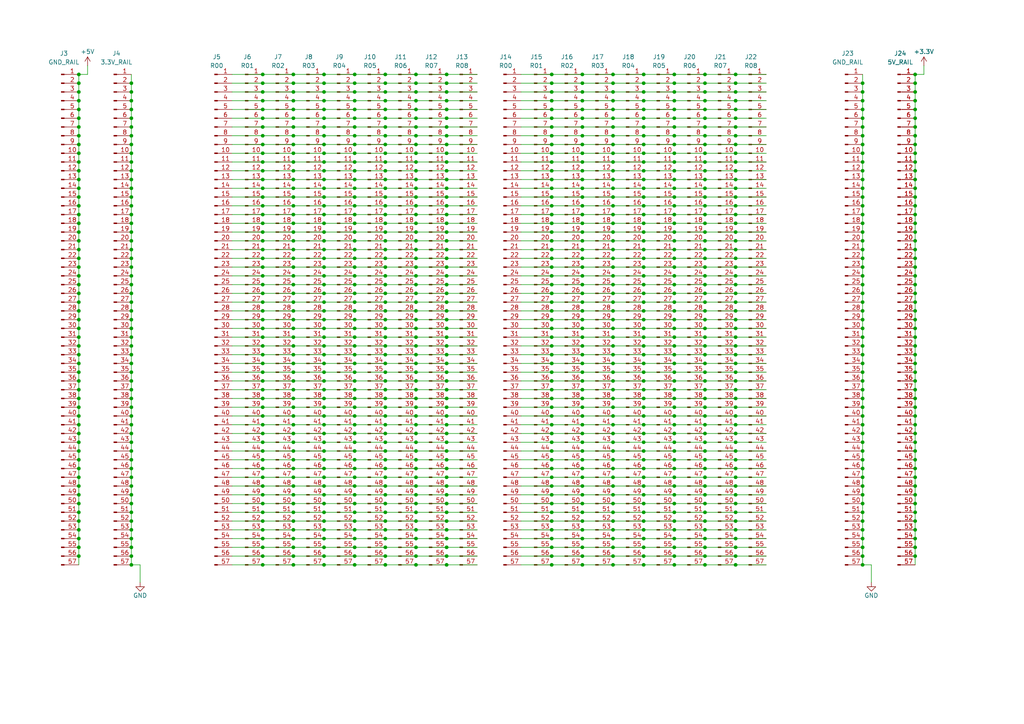
<source format=kicad_sch>
(kicad_sch (version 20250114) (generator "eeschema") (generator_version "9.0")
  (paper "A4")
  (junction (at 250.19 118.11))
  (junction (at 204.47 97.79))
  (junction (at 38.1 123.19))
  (junction (at 22.86 148.59))
  (junction (at 186.69 97.79))
  (junction (at 186.69 24.13))
  (junction (at 76.2 107.95))
  (junction (at 93.98 120.65))
  (junction (at 195.58 41.91))
  (junction (at 195.58 151.13))
  (junction (at 160.02 82.55))
  (junction (at 120.65 113.03))
  (junction (at 93.98 54.61))
  (junction (at 186.69 72.39))
  (junction (at 168.91 92.71))
  (junction (at 265.43 92.71))
  (junction (at 120.65 92.71))
  (junction (at 168.91 151.13))
  (junction (at 195.58 102.87))
  (junction (at 265.43 21.59))
  (junction (at 250.19 80.01))
  (junction (at 168.91 41.91))
  (junction (at 265.43 72.39))
  (junction (at 38.1 97.79))
  (junction (at 250.19 133.35))
  (junction (at 76.2 26.67))
  (junction (at 93.98 156.21))
  (junction (at 186.69 153.67))
  (junction (at 186.69 26.67))
  (junction (at 160.02 105.41))
  (junction (at 265.43 120.65))
  (junction (at 129.54 113.03))
  (junction (at 186.69 69.85))
  (junction (at 186.69 67.31))
  (junction (at 168.91 146.05))
  (junction (at 160.02 118.11))
  (junction (at 111.76 29.21))
  (junction (at 38.1 120.65))
  (junction (at 250.19 148.59))
  (junction (at 204.47 151.13))
  (junction (at 177.8 138.43))
  (junction (at 250.19 135.89))
  (junction (at 85.09 151.13))
  (junction (at 265.43 67.31))
  (junction (at 102.87 97.79))
  (junction (at 76.2 87.63))
  (junction (at 111.76 46.99))
  (junction (at 168.91 57.15))
  (junction (at 195.58 148.59))
  (junction (at 204.47 31.75))
  (junction (at 85.09 100.33))
  (junction (at 111.76 62.23))
  (junction (at 93.98 113.03))
  (junction (at 204.47 143.51))
  (junction (at 102.87 31.75))
  (junction (at 168.91 24.13))
  (junction (at 76.2 128.27))
  (junction (at 129.54 77.47))
  (junction (at 177.8 87.63))
  (junction (at 93.98 105.41))
  (junction (at 85.09 102.87))
  (junction (at 213.36 163.83))
  (junction (at 204.47 24.13))
  (junction (at 265.43 115.57))
  (junction (at 250.19 82.55))
  (junction (at 38.1 102.87))
  (junction (at 204.47 146.05))
  (junction (at 195.58 57.15))
  (junction (at 195.58 34.29))
  (junction (at 111.76 26.67))
  (junction (at 213.36 123.19))
  (junction (at 120.65 34.29))
  (junction (at 177.8 59.69))
  (junction (at 111.76 64.77))
  (junction (at 129.54 133.35))
  (junction (at 213.36 151.13))
  (junction (at 213.36 135.89))
  (junction (at 250.19 62.23))
  (junction (at 120.65 69.85))
  (junction (at 195.58 163.83))
  (junction (at 76.2 123.19))
  (junction (at 265.43 29.21))
  (junction (at 213.36 107.95))
  (junction (at 213.36 146.05))
  (junction (at 195.58 110.49))
  (junction (at 160.02 113.03))
  (junction (at 111.76 163.83))
  (junction (at 85.09 39.37))
  (junction (at 38.1 82.55))
  (junction (at 120.65 148.59))
  (junction (at 204.47 138.43))
  (junction (at 102.87 39.37))
  (junction (at 265.43 54.61))
  (junction (at 168.91 133.35))
  (junction (at 204.47 163.83))
  (junction (at 102.87 95.25))
  (junction (at 186.69 46.99))
  (junction (at 168.91 135.89))
  (junction (at 204.47 102.87))
  (junction (at 129.54 138.43))
  (junction (at 265.43 143.51))
  (junction (at 195.58 125.73))
  (junction (at 102.87 120.65))
  (junction (at 186.69 85.09))
  (junction (at 76.2 90.17))
  (junction (at 265.43 90.17))
  (junction (at 168.91 158.75))
  (junction (at 85.09 148.59))
  (junction (at 129.54 90.17))
  (junction (at 93.98 133.35))
  (junction (at 93.98 24.13))
  (junction (at 38.1 26.67))
  (junction (at 213.36 62.23))
  (junction (at 250.19 41.91))
  (junction (at 85.09 138.43))
  (junction (at 129.54 110.49))
  (junction (at 85.09 69.85))
  (junction (at 168.91 125.73))
  (junction (at 250.19 163.83))
  (junction (at 213.36 64.77))
  (junction (at 195.58 135.89))
  (junction (at 38.1 156.21))
  (junction (at 213.36 41.91))
  (junction (at 85.09 140.97))
  (junction (at 186.69 163.83))
  (junction (at 38.1 31.75))
  (junction (at 93.98 57.15))
  (junction (at 250.19 92.71))
  (junction (at 129.54 148.59))
  (junction (at 22.86 69.85))
  (junction (at 168.91 52.07))
  (junction (at 85.09 85.09))
  (junction (at 85.09 31.75))
  (junction (at 22.86 34.29))
  (junction (at 250.19 29.21))
  (junction (at 120.65 125.73))
  (junction (at 168.91 102.87))
  (junction (at 213.36 153.67))
  (junction (at 93.98 46.99))
  (junction (at 213.36 54.61))
  (junction (at 204.47 153.67))
  (junction (at 265.43 31.75))
  (junction (at 204.47 105.41))
  (junction (at 93.98 74.93))
  (junction (at 76.2 82.55))
  (junction (at 76.2 156.21))
  (junction (at 111.76 158.75))
  (junction (at 265.43 80.01))
  (junction (at 22.86 110.49))
  (junction (at 250.19 120.65))
  (junction (at 22.86 49.53))
  (junction (at 38.1 24.13))
  (junction (at 213.36 31.75))
  (junction (at 93.98 163.83))
  (junction (at 102.87 21.59))
  (junction (at 93.98 153.67))
  (junction (at 160.02 36.83))
  (junction (at 204.47 156.21))
  (junction (at 177.8 161.29))
  (junction (at 102.87 87.63))
  (junction (at 186.69 49.53))
  (junction (at 22.86 39.37))
  (junction (at 250.19 39.37))
  (junction (at 22.86 77.47))
  (junction (at 204.47 135.89))
  (junction (at 85.09 26.67))
  (junction (at 204.47 21.59))
  (junction (at 160.02 21.59))
  (junction (at 22.86 36.83))
  (junction (at 177.8 82.55))
  (junction (at 120.65 100.33))
  (junction (at 177.8 64.77))
  (junction (at 186.69 100.33))
  (junction (at 177.8 130.81))
  (junction (at 111.76 92.71))
  (junction (at 38.1 85.09))
  (junction (at 250.19 140.97))
  (junction (at 204.47 161.29))
  (junction (at 168.91 64.77))
  (junction (at 85.09 113.03))
  (junction (at 76.2 69.85))
  (junction (at 76.2 67.31))
  (junction (at 93.98 130.81))
  (junction (at 204.47 26.67))
  (junction (at 76.2 46.99))
  (junction (at 168.91 163.83))
  (junction (at 204.47 148.59))
  (junction (at 129.54 34.29))
  (junction (at 76.2 135.89))
  (junction (at 120.65 36.83))
  (junction (at 186.69 110.49))
  (junction (at 22.86 138.43))
  (junction (at 102.87 105.41))
  (junction (at 195.58 113.03))
  (junction (at 195.58 115.57))
  (junction (at 85.09 133.35))
  (junction (at 76.2 80.01))
  (junction (at 129.54 151.13))
  (junction (at 111.76 36.83))
  (junction (at 177.8 54.61))
  (junction (at 177.8 140.97))
  (junction (at 204.47 64.77))
  (junction (at 177.8 74.93))
  (junction (at 38.1 125.73))
  (junction (at 265.43 140.97))
  (junction (at 250.19 67.31))
  (junction (at 76.2 49.53))
  (junction (at 120.65 80.01))
  (junction (at 213.36 92.71))
  (junction (at 102.87 123.19))
  (junction (at 186.69 105.41))
  (junction (at 168.91 26.67))
  (junction (at 177.8 153.67))
  (junction (at 76.2 118.11))
  (junction (at 111.76 156.21))
  (junction (at 22.86 130.81))
  (junction (at 186.69 41.91))
  (junction (at 22.86 74.93))
  (junction (at 129.54 69.85))
  (junction (at 204.47 74.93))
  (junction (at 93.98 128.27))
  (junction (at 129.54 82.55))
  (junction (at 22.86 156.21))
  (junction (at 250.19 123.19))
  (junction (at 111.76 120.65))
  (junction (at 38.1 90.17))
  (junction (at 177.8 31.75))
  (junction (at 76.2 125.73))
  (junction (at 22.86 26.67))
  (junction (at 102.87 52.07))
  (junction (at 250.19 59.69))
  (junction (at 265.43 123.19))
  (junction (at 160.02 158.75))
  (junction (at 93.98 92.71))
  (junction (at 120.65 133.35))
  (junction (at 168.91 69.85))
  (junction (at 186.69 140.97))
  (junction (at 93.98 135.89))
  (junction (at 177.8 41.91))
  (junction (at 120.65 163.83))
  (junction (at 85.09 67.31))
  (junction (at 195.58 24.13))
  (junction (at 38.1 87.63))
  (junction (at 204.47 82.55))
  (junction (at 38.1 69.85))
  (junction (at 111.76 118.11))
  (junction (at 102.87 107.95))
  (junction (at 102.87 24.13))
  (junction (at 111.76 31.75))
  (junction (at 177.8 69.85))
  (junction (at 111.76 24.13))
  (junction (at 102.87 125.73))
  (junction (at 22.86 120.65))
  (junction (at 265.43 49.53))
  (junction (at 204.47 77.47))
  (junction (at 250.19 36.83))
  (junction (at 93.98 97.79))
  (junction (at 186.69 82.55))
  (junction (at 93.98 125.73))
  (junction (at 265.43 148.59))
  (junction (at 38.1 161.29))
  (junction (at 195.58 29.21))
  (junction (at 22.86 46.99))
  (junction (at 22.86 62.23))
  (junction (at 120.65 77.47))
  (junction (at 129.54 107.95))
  (junction (at 195.58 138.43))
  (junction (at 102.87 82.55))
  (junction (at 129.54 52.07))
  (junction (at 129.54 31.75))
  (junction (at 38.1 113.03))
  (junction (at 102.87 72.39))
  (junction (at 102.87 153.67))
  (junction (at 93.98 102.87))
  (junction (at 93.98 140.97))
  (junction (at 195.58 140.97))
  (junction (at 204.47 39.37))
  (junction (at 186.69 151.13))
  (junction (at 38.1 105.41))
  (junction (at 22.86 143.51))
  (junction (at 195.58 133.35))
  (junction (at 265.43 26.67))
  (junction (at 93.98 148.59))
  (junction (at 129.54 54.61))
  (junction (at 186.69 118.11))
  (junction (at 195.58 21.59))
  (junction (at 265.43 41.91))
  (junction (at 120.65 128.27))
  (junction (at 250.19 97.79))
  (junction (at 85.09 125.73))
  (junction (at 111.76 41.91))
  (junction (at 102.87 57.15))
  (junction (at 85.09 34.29))
  (junction (at 186.69 90.17))
  (junction (at 38.1 41.91))
  (junction (at 76.2 151.13))
  (junction (at 160.02 67.31))
  (junction (at 22.86 41.91))
  (junction (at 129.54 105.41))
  (junction (at 250.19 158.75))
  (junction (at 250.19 138.43))
  (junction (at 213.36 140.97))
  (junction (at 160.02 92.71))
  (junction (at 186.69 21.59))
  (junction (at 76.2 59.69))
  (junction (at 213.36 95.25))
  (junction (at 76.2 57.15))
  (junction (at 22.86 80.01))
  (junction (at 186.69 146.05))
  (junction (at 160.02 140.97))
  (junction (at 120.65 52.07))
  (junction (at 204.47 100.33))
  (junction (at 22.86 31.75))
  (junction (at 213.36 148.59))
  (junction (at 186.69 123.19))
  (junction (at 93.98 146.05))
  (junction (at 250.19 26.67))
  (junction (at 213.36 128.27))
  (junction (at 93.98 34.29))
  (junction (at 129.54 156.21))
  (junction (at 168.91 59.69))
  (junction (at 120.65 146.05))
  (junction (at 160.02 49.53))
  (junction (at 129.54 158.75))
  (junction (at 160.02 62.23))
  (junction (at 111.76 74.93))
  (junction (at 22.86 102.87))
  (junction (at 177.8 120.65))
  (junction (at 38.1 44.45))
  (junction (at 195.58 130.81))
  (junction (at 265.43 125.73))
  (junction (at 38.1 52.07))
  (junction (at 265.43 113.03))
  (junction (at 93.98 26.67))
  (junction (at 120.65 41.91))
  (junction (at 129.54 100.33))
  (junction (at 168.91 31.75))
  (junction (at 120.65 115.57))
  (junction (at 85.09 64.77))
  (junction (at 129.54 41.91))
  (junction (at 111.76 153.67))
  (junction (at 160.02 156.21))
  (junction (at 160.02 54.61))
  (junction (at 177.8 110.49))
  (junction (at 76.2 77.47))
  (junction (at 85.09 54.61))
  (junction (at 102.87 90.17))
  (junction (at 195.58 77.47))
  (junction (at 160.02 100.33))
  (junction (at 195.58 123.19))
  (junction (at 85.09 146.05))
  (junction (at 38.1 158.75))
  (junction (at 76.2 120.65))
  (junction (at 76.2 62.23))
  (junction (at 213.36 57.15))
  (junction (at 250.19 46.99))
  (junction (at 213.36 120.65))
  (junction (at 111.76 123.19))
  (junction (at 195.58 143.51))
  (junction (at 204.47 118.11))
  (junction (at 129.54 161.29))
  (junction (at 177.8 156.21))
  (junction (at 168.91 74.93))
  (junction (at 111.76 148.59))
  (junction (at 265.43 34.29))
  (junction (at 204.47 36.83))
  (junction (at 168.91 113.03))
  (junction (at 93.98 95.25))
  (junction (at 250.19 107.95))
  (junction (at 102.87 146.05))
  (junction (at 111.76 57.15))
  (junction (at 76.2 102.87))
  (junction (at 85.09 62.23))
  (junction (at 120.65 54.61))
  (junction (at 204.47 92.71))
  (junction (at 195.58 80.01))
  (junction (at 168.91 128.27))
  (junction (at 168.91 138.43))
  (junction (at 129.54 74.93))
  (junction (at 160.02 46.99))
  (junction (at 186.69 64.77))
  (junction (at 22.86 90.17))
  (junction (at 22.86 67.31))
  (junction (at 186.69 143.51))
  (junction (at 195.58 100.33))
  (junction (at 213.36 44.45))
  (junction (at 120.65 97.79))
  (junction (at 160.02 74.93))
  (junction (at 168.91 118.11))
  (junction (at 213.36 138.43))
  (junction (at 265.43 100.33))
  (junction (at 177.8 85.09))
  (junction (at 38.1 135.89))
  (junction (at 186.69 92.71))
  (junction (at 195.58 146.05))
  (junction (at 213.36 143.51))
  (junction (at 177.8 26.67))
  (junction (at 120.65 85.09))
  (junction (at 85.09 52.07))
  (junction (at 102.87 163.83))
  (junction (at 111.76 95.25))
  (junction (at 186.69 54.61))
  (junction (at 213.36 72.39))
  (junction (at 160.02 128.27))
  (junction (at 76.2 161.29))
  (junction (at 213.36 87.63))
  (junction (at 265.43 138.43))
  (junction (at 120.65 120.65))
  (junction (at 120.65 57.15))
  (junction (at 213.36 113.03))
  (junction (at 204.47 130.81))
  (junction (at 250.19 113.03))
  (junction (at 38.1 67.31))
  (junction (at 204.47 52.07))
  (junction (at 120.65 130.81))
  (junction (at 265.43 130.81))
  (junction (at 195.58 161.29))
  (junction (at 85.09 156.21))
  (junction (at 129.54 92.71))
  (junction (at 129.54 128.27))
  (junction (at 213.36 74.93))
  (junction (at 129.54 135.89))
  (junction (at 204.47 90.17))
  (junction (at 120.65 26.67))
  (junction (at 85.09 77.47))
  (junction (at 177.8 125.73))
  (junction (at 120.65 95.25))
  (junction (at 265.43 74.93))
  (junction (at 213.36 105.41))
  (junction (at 85.09 161.29))
  (junction (at 195.58 44.45))
  (junction (at 111.76 115.57))
  (junction (at 102.87 69.85))
  (junction (at 85.09 143.51))
  (junction (at 168.91 77.47))
  (junction (at 177.8 107.95))
  (junction (at 111.76 143.51))
  (junction (at 120.65 74.93))
  (junction (at 120.65 90.17))
  (junction (at 85.09 41.91))
  (junction (at 76.2 140.97))
  (junction (at 204.47 54.61))
  (junction (at 213.36 49.53))
  (junction (at 186.69 77.47))
  (junction (at 38.1 46.99))
  (junction (at 93.98 110.49))
  (junction (at 160.02 151.13))
  (junction (at 22.86 158.75))
  (junction (at 38.1 146.05))
  (junction (at 129.54 163.83))
  (junction (at 38.1 54.61))
  (junction (at 22.86 135.89))
  (junction (at 204.47 125.73))
  (junction (at 204.47 140.97))
  (junction (at 22.86 105.41))
  (junction (at 168.91 140.97))
  (junction (at 38.1 59.69))
  (junction (at 38.1 34.29))
  (junction (at 85.09 120.65))
  (junction (at 160.02 102.87))
  (junction (at 177.8 90.17))
  (junction (at 265.43 118.11))
  (junction (at 111.76 54.61))
  (junction (at 93.98 115.57))
  (junction (at 102.87 59.69))
  (junction (at 102.87 113.03))
  (junction (at 265.43 153.67))
  (junction (at 168.91 29.21))
  (junction (at 38.1 74.93))
  (junction (at 195.58 107.95))
  (junction (at 129.54 125.73))
  (junction (at 186.69 87.63))
  (junction (at 129.54 143.51))
  (junction (at 22.86 125.73))
  (junction (at 93.98 69.85))
  (junction (at 93.98 138.43))
  (junction (at 265.43 95.25))
  (junction (at 102.87 85.09))
  (junction (at 168.91 72.39))
  (junction (at 250.19 77.47))
  (junction (at 111.76 80.01))
  (junction (at 38.1 57.15))
  (junction (at 160.02 44.45))
  (junction (at 213.36 80.01))
  (junction (at 102.87 115.57))
  (junction (at 213.36 158.75))
  (junction (at 93.98 158.75))
  (junction (at 213.36 52.07))
  (junction (at 38.1 118.11))
  (junction (at 129.54 72.39))
  (junction (at 102.87 158.75))
  (junction (at 160.02 161.29))
  (junction (at 195.58 85.09))
  (junction (at 129.54 46.99))
  (junction (at 168.91 97.79))
  (junction (at 85.09 130.81))
  (junction (at 177.8 97.79))
  (junction (at 120.65 67.31))
  (junction (at 160.02 90.17))
  (junction (at 111.76 39.37))
  (junction (at 85.09 115.57))
  (junction (at 102.87 138.43))
  (junction (at 111.76 110.49))
  (junction (at 168.91 115.57))
  (junction (at 93.98 29.21))
  (junction (at 160.02 130.81))
  (junction (at 177.8 34.29))
  (junction (at 102.87 64.77))
  (junction (at 213.36 97.79))
  (junction (at 120.65 72.39))
  (junction (at 76.2 36.83))
  (junction (at 177.8 100.33))
  (junction (at 177.8 143.51))
  (junction (at 160.02 97.79))
  (junction (at 111.76 102.87))
  (junction (at 213.36 34.29))
  (junction (at 111.76 138.43))
  (junction (at 250.19 49.53))
  (junction (at 160.02 95.25))
  (junction (at 168.91 107.95))
  (junction (at 85.09 74.93))
  (junction (at 213.36 24.13))
  (junction (at 120.65 46.99))
  (junction (at 195.58 59.69))
  (junction (at 160.02 59.69))
  (junction (at 38.1 77.47))
  (junction (at 250.19 64.77))
  (junction (at 93.98 62.23))
  (junction (at 186.69 44.45))
  (junction (at 204.47 72.39))
  (junction (at 102.87 34.29))
  (junction (at 177.8 49.53))
  (junction (at 186.69 130.81))
  (junction (at 177.8 57.15))
  (junction (at 213.36 115.57))
  (junction (at 186.69 29.21))
  (junction (at 213.36 36.83))
  (junction (at 102.87 128.27))
  (junction (at 204.47 46.99))
  (junction (at 76.2 74.93))
  (junction (at 195.58 153.67))
  (junction (at 160.02 153.67))
  (junction (at 93.98 52.07))
  (junction (at 160.02 72.39))
  (junction (at 250.19 85.09))
  (junction (at 22.86 161.29))
  (junction (at 168.91 90.17))
  (junction (at 186.69 102.87))
  (junction (at 38.1 143.51))
  (junction (at 168.91 82.55))
  (junction (at 85.09 44.45))
  (junction (at 168.91 44.45))
  (junction (at 120.65 158.75))
  (junction (at 250.19 125.73))
  (junction (at 129.54 21.59))
  (junction (at 250.19 146.05))
  (junction (at 160.02 107.95))
  (junction (at 22.86 100.33))
  (junction (at 265.43 52.07))
  (junction (at 204.47 87.63))
  (junction (at 265.43 85.09))
  (junction (at 204.47 158.75))
  (junction (at 168.91 80.01))
  (junction (at 85.09 105.41))
  (junction (at 177.8 24.13))
  (junction (at 129.54 59.69))
  (junction (at 250.19 156.21))
  (junction (at 186.69 57.15))
  (junction (at 204.47 59.69))
  (junction (at 111.76 69.85))
  (junction (at 85.09 80.01))
  (junction (at 177.8 95.25))
  (junction (at 120.65 102.87))
  (junction (at 250.19 161.29))
  (junction (at 265.43 105.41))
  (junction (at 177.8 21.59))
  (junction (at 102.87 62.23))
  (junction (at 102.87 92.71))
  (junction (at 160.02 69.85))
  (junction (at 76.2 39.37))
  (junction (at 111.76 85.09))
  (junction (at 38.1 64.77))
  (junction (at 22.86 82.55))
  (junction (at 93.98 107.95))
  (junction (at 85.09 135.89))
  (junction (at 213.36 29.21))
  (junction (at 265.43 161.29))
  (junction (at 85.09 21.59))
  (junction (at 120.65 110.49))
  (junction (at 120.65 29.21))
  (junction (at 160.02 115.57))
  (junction (at 195.58 97.79))
  (junction (at 102.87 67.31))
  (junction (at 265.43 64.77))
  (junction (at 85.09 95.25))
  (junction (at 250.19 90.17))
  (junction (at 195.58 36.83))
  (junction (at 129.54 64.77))
  (junction (at 168.91 54.61))
  (junction (at 22.86 72.39))
  (junction (at 129.54 95.25))
  (junction (at 38.1 133.35))
  (junction (at 111.76 133.35))
  (junction (at 168.91 85.09))
  (junction (at 195.58 72.39))
  (junction (at 22.86 64.77))
  (junction (at 38.1 163.83))
  (junction (at 38.1 62.23))
  (junction (at 22.86 133.35))
  (junction (at 177.8 128.27))
  (junction (at 22.86 153.67))
  (junction (at 38.1 72.39))
  (junction (at 204.47 69.85))
  (junction (at 102.87 156.21))
  (junction (at 22.86 151.13))
  (junction (at 102.87 135.89))
  (junction (at 186.69 52.07))
  (junction (at 102.87 41.91))
  (junction (at 76.2 113.03))
  (junction (at 195.58 82.55))
  (junction (at 186.69 156.21))
  (junction (at 76.2 110.49))
  (junction (at 85.09 59.69))
  (junction (at 102.87 74.93))
  (junction (at 250.19 105.41))
  (junction (at 85.09 90.17))
  (junction (at 93.98 85.09))
  (junction (at 177.8 148.59))
  (junction (at 265.43 39.37))
  (junction (at 120.65 87.63))
  (junction (at 22.86 115.57))
  (junction (at 213.36 67.31))
  (junction (at 129.54 87.63))
  (junction (at 204.47 133.35))
  (junction (at 213.36 21.59))
  (junction (at 160.02 31.75))
  (junction (at 204.47 107.95))
  (junction (at 85.09 57.15))
  (junction (at 38.1 153.67))
  (junction (at 129.54 130.81))
  (junction (at 213.36 69.85))
  (junction (at 38.1 36.83))
  (junction (at 186.69 128.27))
  (junction (at 38.1 115.57))
  (junction (at 76.2 143.51))
  (junction (at 93.98 80.01))
  (junction (at 195.58 118.11))
  (junction (at 111.76 72.39))
  (junction (at 160.02 26.67))
  (junction (at 160.02 133.35))
  (junction (at 22.86 57.15))
  (junction (at 129.54 62.23))
  (junction (at 168.91 143.51))
  (junction (at 265.43 97.79))
  (junction (at 38.1 29.21))
  (junction (at 186.69 113.03))
  (junction (at 177.8 118.11))
  (junction (at 265.43 59.69))
  (junction (at 85.09 82.55))
  (junction (at 102.87 118.11))
  (junction (at 76.2 100.33))
  (junction (at 213.36 59.69))
  (junction (at 250.19 69.85))
  (junction (at 195.58 49.53))
  (junction (at 177.8 36.83))
  (junction (at 76.2 24.13))
  (junction (at 129.54 102.87))
  (junction (at 76.2 92.71))
  (junction (at 93.98 118.11))
  (junction (at 111.76 77.47))
  (junction (at 111.76 82.55))
  (junction (at 76.2 85.09))
  (junction (at 168.91 62.23))
  (junction (at 120.65 140.97))
  (junction (at 250.19 57.15))
  (junction (at 85.09 87.63))
  (junction (at 129.54 97.79))
  (junction (at 111.76 125.73))
  (junction (at 93.98 31.75))
  (junction (at 204.47 57.15))
  (junction (at 38.1 100.33))
  (junction (at 160.02 41.91))
  (junction (at 195.58 46.99))
  (junction (at 111.76 52.07))
  (junction (at 204.47 62.23))
  (junction (at 265.43 87.63))
  (junction (at 76.2 130.81))
  (junction (at 195.58 105.41))
  (junction (at 111.76 128.27))
  (junction (at 76.2 115.57))
  (junction (at 195.58 158.75))
  (junction (at 186.69 62.23))
  (junction (at 129.54 44.45))
  (junction (at 186.69 74.93))
  (junction (at 22.86 128.27))
  (junction (at 186.69 36.83))
  (junction (at 168.91 153.67))
  (junction (at 38.1 39.37))
  (junction (at 120.65 49.53))
  (junction (at 129.54 123.19))
  (junction (at 120.65 135.89))
  (junction (at 22.86 97.79))
  (junction (at 168.91 123.19))
  (junction (at 102.87 148.59))
  (junction (at 168.91 156.21))
  (junction (at 76.2 148.59))
  (junction (at 186.69 59.69))
  (junction (at 160.02 135.89))
  (junction (at 76.2 54.61))
  (junction (at 186.69 31.75))
  (junction (at 76.2 105.41))
  (junction (at 111.76 151.13))
  (junction (at 85.09 118.11))
  (junction (at 120.65 39.37))
  (junction (at 129.54 24.13))
  (junction (at 265.43 107.95))
  (junction (at 265.43 151.13))
  (junction (at 93.98 123.19))
  (junction (at 186.69 39.37))
  (junction (at 168.91 120.65))
  (junction (at 213.36 82.55))
  (junction (at 177.8 115.57))
  (junction (at 76.2 158.75))
  (junction (at 38.1 151.13))
  (junction (at 129.54 39.37))
  (junction (at 85.09 153.67))
  (junction (at 195.58 90.17))
  (junction (at 168.91 87.63))
  (junction (at 111.76 21.59))
  (junction (at 22.86 85.09))
  (junction (at 85.09 72.39))
  (junction (at 186.69 158.75))
  (junction (at 265.43 156.21))
  (junction (at 22.86 92.71))
  (junction (at 120.65 62.23))
  (junction (at 177.8 77.47))
  (junction (at 129.54 80.01))
  (junction (at 22.86 29.21))
  (junction (at 85.09 46.99))
  (junction (at 177.8 102.87))
  (junction (at 85.09 29.21))
  (junction (at 102.87 49.53))
  (junction (at 186.69 135.89))
  (junction (at 177.8 135.89))
  (junction (at 93.98 64.77))
  (junction (at 76.2 163.83))
  (junction (at 186.69 80.01))
  (junction (at 265.43 44.45))
  (junction (at 160.02 34.29))
  (junction (at 195.58 128.27))
  (junction (at 186.69 115.57))
  (junction (at 160.02 163.83))
  (junction (at 93.98 87.63))
  (junction (at 160.02 87.63))
  (junction (at 204.47 41.91))
  (junction (at 168.91 148.59))
  (junction (at 38.1 92.71))
  (junction (at 168.91 36.83))
  (junction (at 120.65 161.29))
  (junction (at 265.43 135.89))
  (junction (at 93.98 90.17))
  (junction (at 38.1 80.01))
  (junction (at 213.36 90.17))
  (junction (at 265.43 77.47))
  (junction (at 120.65 123.19))
  (junction (at 85.09 123.19))
  (junction (at 102.87 36.83))
  (junction (at 85.09 92.71))
  (junction (at 186.69 95.25))
  (junction (at 102.87 44.45))
  (junction (at 102.87 102.87))
  (junction (at 160.02 123.19))
  (junction (at 93.98 67.31))
  (junction (at 250.19 102.87))
  (junction (at 85.09 128.27))
  (junction (at 93.98 44.45))
  (junction (at 250.19 54.61))
  (junction (at 102.87 100.33))
  (junction (at 22.86 95.25))
  (junction (at 38.1 138.43))
  (junction (at 213.36 161.29))
  (junction (at 129.54 153.67))
  (junction (at 160.02 39.37))
  (junction (at 76.2 72.39))
  (junction (at 22.86 59.69))
  (junction (at 93.98 143.51))
  (junction (at 93.98 161.29))
  (junction (at 120.65 24.13))
  (junction (at 168.91 34.29))
  (junction (at 93.98 151.13))
  (junction (at 111.76 107.95))
  (junction (at 22.86 24.13))
  (junction (at 177.8 92.71))
  (junction (at 213.36 102.87))
  (junction (at 22.86 118.11))
  (junction (at 204.47 44.45))
  (junction (at 195.58 62.23))
  (junction (at 22.86 140.97))
  (junction (at 22.86 87.63))
  (junction (at 129.54 67.31))
  (junction (at 213.36 156.21))
  (junction (at 160.02 146.05))
  (junction (at 160.02 125.73))
  (junction (at 195.58 120.65))
  (junction (at 22.86 21.59))
  (junction (at 160.02 138.43))
  (junction (at 168.91 39.37))
  (junction (at 120.65 138.43))
  (junction (at 76.2 64.77))
  (junction (at 38.1 110.49))
  (junction (at 195.58 67.31))
  (junction (at 120.65 21.59))
  (junction (at 250.19 153.67))
  (junction (at 22.86 146.05))
  (junction (at 160.02 148.59))
  (junction (at 160.02 120.65))
  (junction (at 195.58 39.37))
  (junction (at 204.47 95.25))
  (junction (at 195.58 52.07))
  (junction (at 76.2 52.07))
  (junction (at 213.36 125.73))
  (junction (at 186.69 148.59))
  (junction (at 195.58 95.25))
  (junction (at 120.65 143.51))
  (junction (at 204.47 80.01))
  (junction (at 93.98 49.53))
  (junction (at 168.91 46.99))
  (junction (at 186.69 161.29))
  (junction (at 160.02 57.15))
  (junction (at 177.8 146.05))
  (junction (at 168.91 21.59))
  (junction (at 177.8 52.07))
  (junction (at 102.87 143.51))
  (junction (at 204.47 110.49))
  (junction (at 85.09 97.79))
  (junction (at 22.86 54.61))
  (junction (at 160.02 77.47))
  (junction (at 204.47 123.19))
  (junction (at 195.58 31.75))
  (junction (at 250.19 87.63))
  (junction (at 265.43 46.99))
  (junction (at 111.76 100.33))
  (junction (at 265.43 82.55))
  (junction (at 177.8 46.99))
  (junction (at 129.54 118.11))
  (junction (at 76.2 21.59))
  (junction (at 250.19 74.93))
  (junction (at 85.09 49.53))
  (junction (at 93.98 59.69))
  (junction (at 250.19 100.33))
  (junction (at 265.43 24.13))
  (junction (at 168.91 67.31))
  (junction (at 129.54 26.67))
  (junction (at 250.19 34.29))
  (junction (at 38.1 130.81))
  (junction (at 129.54 49.53))
  (junction (at 93.98 39.37))
  (junction (at 22.86 107.95))
  (junction (at 129.54 140.97))
  (junction (at 85.09 24.13))
  (junction (at 102.87 133.35))
  (junction (at 102.87 26.67))
  (junction (at 93.98 77.47))
  (junction (at 250.19 143.51))
  (junction (at 76.2 34.29))
  (junction (at 177.8 29.21))
  (junction (at 76.2 41.91))
  (junction (at 195.58 156.21))
  (junction (at 168.91 105.41))
  (junction (at 85.09 110.49))
  (junction (at 120.65 105.41))
  (junction (at 129.54 29.21))
  (junction (at 250.19 95.25))
  (junction (at 111.76 97.79))
  (junction (at 177.8 62.23))
  (junction (at 120.65 151.13))
  (junction (at 250.19 128.27))
  (junction (at 265.43 36.83))
  (junction (at 111.76 130.81))
  (junction (at 160.02 80.01))
  (junction (at 111.76 90.17))
  (junction (at 213.36 39.37))
  (junction (at 85.09 107.95))
  (junction (at 265.43 110.49))
  (junction (at 177.8 72.39))
  (junction (at 177.8 123.19))
  (junction (at 195.58 74.93))
  (junction (at 93.98 36.83))
  (junction (at 177.8 133.35))
  (junction (at 22.86 44.45))
  (junction (at 120.65 156.21))
  (junction (at 177.8 105.41))
  (junction (at 250.19 52.07))
  (junction (at 265.43 57.15))
  (junction (at 120.65 64.77))
  (junction (at 102.87 46.99))
  (junction (at 186.69 34.29))
  (junction (at 76.2 153.67))
  (junction (at 160.02 64.77))
  (junction (at 204.47 113.03))
  (junction (at 76.2 29.21))
  (junction (at 120.65 107.95))
  (junction (at 177.8 158.75))
  (junction (at 129.54 120.65))
  (junction (at 160.02 24.13))
  (junction (at 195.58 54.61))
  (junction (at 204.47 115.57))
  (junction (at 186.69 107.95))
  (junction (at 76.2 138.43))
  (junction (at 204.47 49.53))
  (junction (at 93.98 21.59))
  (junction (at 265.43 102.87))
  (junction (at 38.1 128.27))
  (junction (at 204.47 85.09))
  (junction (at 213.36 130.81))
  (junction (at 129.54 36.83))
  (junction (at 76.2 44.45))
  (junction (at 120.65 153.67))
  (junction (at 195.58 26.67))
  (junction (at 22.86 123.19))
  (junction (at 168.91 95.25))
  (junction (at 213.36 100.33))
  (junction (at 195.58 64.77))
  (junction (at 186.69 138.43))
  (junction (at 160.02 85.09))
  (junction (at 76.2 97.79))
  (junction (at 76.2 31.75))
  (junction (at 76.2 133.35))
  (junction (at 111.76 140.97))
  (junction (at 22.86 52.07))
  (junction (at 102.87 151.13))
  (junction (at 111.76 87.63))
  (junction (at 85.09 36.83))
  (junction (at 129.54 85.09))
  (junction (at 93.98 72.39))
  (junction (at 22.86 113.03))
  (junction (at 168.91 130.81))
  (junction (at 160.02 110.49))
  (junction (at 213.36 133.35))
  (junction (at 102.87 110.49))
  (junction (at 38.1 107.95))
  (junction (at 120.65 44.45))
  (junction (at 168.91 49.53))
  (junction (at 250.19 130.81))
  (junction (at 102.87 161.29))
  (junction (at 120.65 31.75))
  (junction (at 213.36 85.09))
  (junction (at 120.65 82.55))
  (junction (at 186.69 133.35))
  (junction (at 168.91 161.29))
  (junction (at 177.8 39.37))
  (junction (at 177.8 151.13))
  (junction (at 129.54 146.05))
  (junction (at 160.02 52.07))
  (junction (at 213.36 110.49))
  (junction (at 250.19 24.13))
  (junction (at 250.19 151.13))
  (junction (at 213.36 118.11))
  (junction (at 265.43 69.85))
  (junction (at 195.58 69.85))
  (junction (at 213.36 26.67))
  (junction (at 38.1 148.59))
  (junction (at 195.58 87.63))
  (junction (at 186.69 120.65))
  (junction (at 120.65 59.69))
  (junction (at 265.43 133.35))
  (junction (at 38.1 49.53))
  (junction (at 111.76 161.29))
  (junction (at 111.76 113.03))
  (junction (at 204.47 120.65))
  (junction (at 204.47 128.27))
  (junction (at 111.76 59.69))
  (junction (at 38.1 140.97))
  (junction (at 111.76 146.05))
  (junction (at 204.47 67.31))
  (junction (at 250.19 44.45))
  (junction (at 213.36 46.99))
  (junction (at 93.98 100.33))
  (junction (at 168.91 100.33))
  (junction (at 177.8 163.83))
  (junction (at 111.76 49.53))
  (junction (at 213.36 77.47))
  (junction (at 204.47 34.29))
  (junction (at 129.54 115.57))
  (junction (at 250.19 110.49))
  (junction (at 85.09 163.83))
  (junction (at 250.19 31.75))
  (junction (at 186.69 125.73))
  (junction (at 111.76 135.89))
  (junction (at 38.1 95.25))
  (junction (at 111.76 67.31))
  (junction (at 111.76 44.45))
  (junction (at 102.87 54.61))
  (junction (at 168.91 110.49))
  (junction (at 265.43 158.75))
  (junction (at 265.43 146.05))
  (junction (at 102.87 29.21))
  (junction (at 120.65 118.11))
  (junction (at 85.09 158.75))
  (junction (at 93.98 41.91))
  (junction (at 265.43 128.27))
  (junction (at 250.19 115.57))
  (junction (at 102.87 140.97))
  (junction (at 177.8 67.31))
  (junction (at 265.43 62.23))
  (junction (at 160.02 29.21))
  (junction (at 102.87 77.47))
  (junction (at 250.19 72.39))
  (junction (at 93.98 82.55))
  (junction (at 195.58 92.71))
  (junction (at 102.87 130.81))
  (junction (at 160.02 143.51))
  (junction (at 177.8 80.01))
  (junction (at 76.2 146.05))
  (junction (at 111.76 105.41))
  (junction (at 129.54 57.15))
  (junction (at 76.2 95.25))
  (junction (at 177.8 44.45))
  (junction (at 111.76 34.29))
  (junction (at 102.87 80.01))
  (junction (at 204.47 29.21))
  (junction (at 177.8 113.03))
  (wire (pts (xy 120.65 82.55) (xy 129.54 82.55)))
  (wire (pts (xy 22.86 64.77) (xy 22.86 67.31)))
  (wire (pts (xy 213.36 143.51) (xy 222.25 143.51)))
  (wire (pts (xy 195.58 26.67) (xy 204.47 26.67)))
  (wire (pts (xy 160.02 34.29) (xy 168.91 34.29)))
  (wire (pts (xy 85.09 41.91) (xy 93.98 41.91)))
  (wire (pts (xy 102.87 54.61) (xy 111.76 54.61)))
  (wire (pts (xy 85.09 105.41) (xy 93.98 105.41)))
  (wire (pts (xy 160.02 143.51) (xy 168.91 143.51)))
  (wire (pts (xy 111.76 52.07) (xy 120.65 52.07)))
  (wire (pts (xy 213.36 54.61) (xy 222.25 54.61)))
  (wire (pts (xy 22.86 59.69) (xy 22.86 62.23)))
  (wire (pts (xy 168.91 110.49) (xy 177.8 110.49)))
  (wire (pts (xy 111.76 21.59) (xy 120.65 21.59)))
  (wire (pts (xy 177.8 59.69) (xy 186.69 59.69)))
  (wire (pts (xy 204.47 34.29) (xy 213.36 34.29)))
  (wire (pts (xy 22.86 125.73) (xy 22.86 128.27)))
  (wire (pts (xy 22.86 39.37) (xy 22.86 41.91)))
  (wire (pts (xy 265.43 128.27) (xy 265.43 130.81)))
  (wire (pts (xy 186.69 57.15) (xy 195.58 57.15)))
  (wire (pts (xy 93.98 146.05) (xy 102.87 146.05)))
  (wire (pts (xy 213.36 153.67) (xy 222.25 153.67)))
  (wire (pts (xy 250.19 31.75) (xy 250.19 34.29)))
  (wire (pts (xy 195.58 135.89) (xy 204.47 135.89)))
  (wire (pts (xy 85.09 64.77) (xy 93.98 64.77)))
  (wire (pts (xy 38.1 156.21) (xy 38.1 158.75)))
  (wire (pts (xy 186.69 105.41) (xy 195.58 105.41)))
  (wire (pts (xy 204.47 151.13) (xy 213.36 151.13)))
  (wire (pts (xy 129.54 100.33) (xy 138.43 100.33)))
  (wire (pts (xy 177.8 46.99) (xy 186.69 46.99)))
  (wire (pts (xy 213.36 41.91) (xy 222.25 41.91)))
  (wire (pts (xy 160.02 39.37) (xy 168.91 39.37)))
  (wire (pts (xy 129.54 146.05) (xy 138.43 146.05)))
  (wire (pts (xy 177.8 118.11) (xy 186.69 118.11)))
  (wire (pts (xy 111.76 92.71) (xy 120.65 92.71)))
  (wire (pts (xy 129.54 82.55) (xy 138.43 82.55)))
  (wire (pts (xy 22.86 97.79) (xy 22.86 100.33)))
  (wire (pts (xy 151.13 107.95) (xy 160.02 107.95)))
  (wire (pts (xy 93.98 72.39) (xy 102.87 72.39)))
  (wire (pts (xy 204.47 41.91) (xy 213.36 41.91)))
  (wire (pts (xy 22.86 92.71) (xy 22.86 95.25)))
  (wire (pts (xy 22.86 133.35) (xy 22.86 135.89)))
  (wire (pts (xy 186.69 87.63) (xy 195.58 87.63)))
  (wire (pts (xy 186.69 74.93) (xy 195.58 74.93)))
  (wire (pts (xy 111.76 153.67) (xy 120.65 153.67)))
  (wire (pts (xy 120.65 52.07) (xy 129.54 52.07)))
  (wire (pts (xy 111.76 62.23) (xy 120.65 62.23)))
  (wire (pts (xy 102.87 97.79) (xy 111.76 97.79)))
  (wire (pts (xy 160.02 163.83) (xy 168.91 163.83)))
  (wire (pts (xy 151.13 115.57) (xy 160.02 115.57)))
  (wire (pts (xy 177.8 130.81) (xy 186.69 130.81)))
  (wire (pts (xy 102.87 52.07) (xy 111.76 52.07)))
  (wire (pts (xy 111.76 39.37) (xy 120.65 39.37)))
  (wire (pts (xy 151.13 151.13) (xy 160.02 151.13)))
  (wire (pts (xy 102.87 92.71) (xy 111.76 92.71)))
  (wire (pts (xy 250.19 118.11) (xy 250.19 120.65)))
  (wire (pts (xy 22.86 26.67) (xy 22.86 29.21)))
  (wire (pts (xy 168.91 62.23) (xy 177.8 62.23)))
  (wire (pts (xy 129.54 161.29) (xy 138.43 161.29)))
  (wire (pts (xy 102.87 146.05) (xy 111.76 146.05)))
  (wire (pts (xy 250.19 113.03) (xy 250.19 115.57)))
  (wire (pts (xy 177.8 120.65) (xy 186.69 120.65)))
  (wire (pts (xy 76.2 46.99) (xy 85.09 46.99)))
  (wire (pts (xy 102.87 31.75) (xy 111.76 31.75)))
  (wire (pts (xy 265.43 80.01) (xy 265.43 82.55)))
  (wire (pts (xy 267.97 21.59) (xy 267.97 19.05)))
  (wire (pts (xy 120.65 130.81) (xy 129.54 130.81)))
  (wire (pts (xy 120.65 54.61) (xy 129.54 54.61)))
  (wire (pts (xy 177.8 67.31) (xy 186.69 67.31)))
  (wire (pts (xy 85.09 102.87) (xy 93.98 102.87)))
  (wire (pts (xy 38.1 118.11) (xy 38.1 120.65)))
  (wire (pts (xy 76.2 161.29) (xy 85.09 161.29)))
  (wire (pts (xy 168.91 80.01) (xy 177.8 80.01)))
  (wire (pts (xy 204.47 36.83) (xy 213.36 36.83)))
  (wire (pts (xy 213.36 140.97) (xy 222.25 140.97)))
  (wire (pts (xy 160.02 97.79) (xy 168.91 97.79)))
  (wire (pts (xy 168.91 59.69) (xy 177.8 59.69)))
  (wire (pts (xy 129.54 95.25) (xy 138.43 95.25)))
  (wire (pts (xy 120.65 138.43) (xy 129.54 138.43)))
  (wire (pts (xy 265.43 123.19) (xy 265.43 125.73)))
  (wire (pts (xy 168.91 128.27) (xy 177.8 128.27)))
  (wire (pts (xy 129.54 24.13) (xy 138.43 24.13)))
  (wire (pts (xy 120.65 44.45) (xy 129.54 44.45)))
  (wire (pts (xy 38.1 74.93) (xy 38.1 77.47)))
  (wire (pts (xy 250.19 156.21) (xy 250.19 158.75)))
  (wire (pts (xy 85.09 120.65) (xy 93.98 120.65)))
  (wire (pts (xy 85.09 80.01) (xy 93.98 80.01)))
  (wire (pts (xy 265.43 148.59) (xy 265.43 151.13)))
  (wire (pts (xy 177.8 148.59) (xy 186.69 148.59)))
  (wire (pts (xy 265.43 92.71) (xy 265.43 95.25)))
  (wire (pts (xy 38.1 107.95) (xy 38.1 110.49)))
  (wire (pts (xy 213.36 95.25) (xy 222.25 95.25)))
  (wire (pts (xy 67.31 151.13) (xy 76.2 151.13)))
  (wire (pts (xy 67.31 146.05) (xy 76.2 146.05)))
  (wire (pts (xy 67.31 138.43) (xy 76.2 138.43)))
  (wire (pts (xy 22.86 140.97) (xy 22.86 143.51)))
  (wire (pts (xy 195.58 31.75) (xy 204.47 31.75)))
  (wire (pts (xy 111.76 36.83) (xy 120.65 36.83)))
  (wire (pts (xy 67.31 120.65) (xy 76.2 120.65)))
  (wire (pts (xy 151.13 148.59) (xy 160.02 148.59)))
  (wire (pts (xy 213.36 97.79) (xy 222.25 97.79)))
  (wire (pts (xy 102.87 115.57) (xy 111.76 115.57)))
  (wire (pts (xy 93.98 29.21) (xy 102.87 29.21)))
  (wire (pts (xy 177.8 138.43) (xy 186.69 138.43)))
  (wire (pts (xy 67.31 80.01) (xy 76.2 80.01)))
  (wire (pts (xy 129.54 46.99) (xy 138.43 46.99)))
  (wire (pts (xy 111.76 31.75) (xy 120.65 31.75)))
  (wire (pts (xy 250.19 151.13) (xy 250.19 153.67)))
  (wire (pts (xy 265.43 54.61) (xy 265.43 57.15)))
  (wire (pts (xy 120.65 39.37) (xy 129.54 39.37)))
  (wire (pts (xy 102.87 143.51) (xy 111.76 143.51)))
  (wire (pts (xy 160.02 161.29) (xy 168.91 161.29)))
  (wire (pts (xy 38.1 161.29) (xy 38.1 163.83)))
  (wire (pts (xy 160.02 153.67) (xy 168.91 153.67)))
  (wire (pts (xy 151.13 130.81) (xy 160.02 130.81)))
  (wire (pts (xy 93.98 77.47) (xy 102.87 77.47)))
  (wire (pts (xy 38.1 85.09) (xy 38.1 87.63)))
  (wire (pts (xy 151.13 69.85) (xy 160.02 69.85)))
  (wire (pts (xy 111.76 77.47) (xy 120.65 77.47)))
  (wire (pts (xy 177.8 62.23) (xy 186.69 62.23)))
  (wire (pts (xy 151.13 163.83) (xy 160.02 163.83)))
  (wire (pts (xy 160.02 72.39) (xy 168.91 72.39)))
  (wire (pts (xy 195.58 54.61) (xy 204.47 54.61)))
  (wire (pts (xy 22.86 135.89) (xy 22.86 138.43)))
  (wire (pts (xy 151.13 44.45) (xy 160.02 44.45)))
  (wire (pts (xy 151.13 143.51) (xy 160.02 143.51)))
  (wire (pts (xy 265.43 52.07) (xy 265.43 54.61)))
  (wire (pts (xy 168.91 107.95) (xy 177.8 107.95)))
  (wire (pts (xy 22.86 102.87) (xy 22.86 105.41)))
  (wire (pts (xy 102.87 100.33) (xy 111.76 100.33)))
  (wire (pts (xy 250.19 34.29) (xy 250.19 36.83)))
  (wire (pts (xy 168.91 143.51) (xy 177.8 143.51)))
  (wire (pts (xy 38.1 41.91) (xy 38.1 44.45)))
  (wire (pts (xy 151.13 138.43) (xy 160.02 138.43)))
  (wire (pts (xy 93.98 36.83) (xy 102.87 36.83)))
  (wire (pts (xy 129.54 128.27) (xy 138.43 128.27)))
  (wire (pts (xy 204.47 120.65) (xy 213.36 120.65)))
  (wire (pts (xy 85.09 82.55) (xy 93.98 82.55)))
  (wire (pts (xy 177.8 143.51) (xy 186.69 143.51)))
  (wire (pts (xy 186.69 44.45) (xy 195.58 44.45)))
  (wire (pts (xy 186.69 118.11) (xy 195.58 118.11)))
  (wire (pts (xy 213.36 130.81) (xy 222.25 130.81)))
  (wire (pts (xy 195.58 82.55) (xy 204.47 82.55)))
  (wire (pts (xy 22.86 44.45) (xy 22.86 46.99)))
  (wire (pts (xy 38.1 80.01) (xy 38.1 82.55)))
  (wire (pts (xy 93.98 41.91) (xy 102.87 41.91)))
  (wire (pts (xy 265.43 69.85) (xy 265.43 72.39)))
  (wire (pts (xy 265.43 156.21) (xy 265.43 158.75)))
  (wire (pts (xy 67.31 72.39) (xy 76.2 72.39)))
  (wire (pts (xy 67.31 59.69) (xy 76.2 59.69)))
  (wire (pts (xy 111.76 120.65) (xy 120.65 120.65)))
  (wire (pts (xy 120.65 146.05) (xy 129.54 146.05)))
  (wire (pts (xy 129.54 77.47) (xy 138.43 77.47)))
  (wire (pts (xy 195.58 41.91) (xy 204.47 41.91)))
  (wire (pts (xy 129.54 49.53) (xy 138.43 49.53)))
  (wire (pts (xy 195.58 153.67) (xy 204.47 153.67)))
  (wire (pts (xy 111.76 138.43) (xy 120.65 138.43)))
  (wire (pts (xy 129.54 113.03) (xy 138.43 113.03)))
  (wire (pts (xy 38.1 115.57) (xy 38.1 118.11)))
  (wire (pts (xy 195.58 123.19) (xy 204.47 123.19)))
  (wire (pts (xy 76.2 39.37) (xy 85.09 39.37)))
  (wire (pts (xy 195.58 130.81) (xy 204.47 130.81)))
  (wire (pts (xy 265.43 64.77) (xy 265.43 67.31)))
  (wire (pts (xy 151.13 158.75) (xy 160.02 158.75)))
  (wire (pts (xy 111.76 67.31) (xy 120.65 67.31)))
  (wire (pts (xy 265.43 100.33) (xy 265.43 102.87)))
  (wire (pts (xy 67.31 113.03) (xy 76.2 113.03)))
  (wire (pts (xy 85.09 158.75) (xy 93.98 158.75)))
  (wire (pts (xy 76.2 128.27) (xy 85.09 128.27)))
  (wire (pts (xy 85.09 115.57) (xy 93.98 115.57)))
  (wire (pts (xy 151.13 146.05) (xy 160.02 146.05)))
  (wire (pts (xy 85.09 95.25) (xy 93.98 95.25)))
  (wire (pts (xy 85.09 161.29) (xy 93.98 161.29)))
  (wire (pts (xy 195.58 44.45) (xy 204.47 44.45)))
  (wire (pts (xy 151.13 46.99) (xy 160.02 46.99)))
  (wire (pts (xy 195.58 46.99) (xy 204.47 46.99)))
  (wire (pts (xy 186.69 26.67) (xy 195.58 26.67)))
  (wire (pts (xy 129.54 74.93) (xy 138.43 74.93)))
  (wire (pts (xy 177.8 77.47) (xy 186.69 77.47)))
  (wire (pts (xy 120.65 123.19) (xy 129.54 123.19)))
  (wire (pts (xy 151.13 128.27) (xy 160.02 128.27)))
  (wire (pts (xy 204.47 82.55) (xy 213.36 82.55)))
  (wire (pts (xy 250.19 77.47) (xy 250.19 80.01)))
  (wire (pts (xy 213.36 72.39) (xy 222.25 72.39)))
  (wire (pts (xy 22.86 29.21) (xy 22.86 31.75)))
  (wire (pts (xy 67.31 34.29) (xy 76.2 34.29)))
  (wire (pts (xy 76.2 52.07) (xy 85.09 52.07)))
  (wire (pts (xy 76.2 120.65) (xy 85.09 120.65)))
  (wire (pts (xy 102.87 156.21) (xy 111.76 156.21)))
  (wire (pts (xy 120.65 41.91) (xy 129.54 41.91)))
  (wire (pts (xy 111.76 130.81) (xy 120.65 130.81)))
  (wire (pts (xy 38.1 158.75) (xy 38.1 161.29)))
  (wire (pts (xy 168.91 100.33) (xy 177.8 100.33)))
  (wire (pts (xy 129.54 138.43) (xy 138.43 138.43)))
  (wire (pts (xy 177.8 135.89) (xy 186.69 135.89)))
  (wire (pts (xy 213.36 62.23) (xy 222.25 62.23)))
  (wire (pts (xy 151.13 97.79) (xy 160.02 97.79)))
  (wire (pts (xy 186.69 151.13) (xy 195.58 151.13)))
  (wire (pts (xy 168.91 92.71) (xy 177.8 92.71)))
  (wire (pts (xy 129.54 90.17) (xy 138.43 90.17)))
  (wire (pts (xy 40.64 163.83) (xy 38.1 163.83)))
  (wire (pts (xy 129.54 97.79) (xy 138.43 97.79)))
  (wire (pts (xy 76.2 64.77) (xy 85.09 64.77)))
  (wire (pts (xy 265.43 105.41) (xy 265.43 107.95)))
  (wire (pts (xy 195.58 102.87) (xy 204.47 102.87)))
  (wire (pts (xy 213.36 158.75) (xy 222.25 158.75)))
  (wire (pts (xy 38.1 146.05) (xy 38.1 148.59)))
  (wire (pts (xy 168.91 105.41) (xy 177.8 105.41)))
  (wire (pts (xy 204.47 64.77) (xy 213.36 64.77)))
  (wire (pts (xy 177.8 54.61) (xy 186.69 54.61)))
  (wire (pts (xy 102.87 85.09) (xy 111.76 85.09)))
  (wire (pts (xy 151.13 140.97) (xy 160.02 140.97)))
  (wire (pts (xy 168.91 72.39) (xy 177.8 72.39)))
  (wire (pts (xy 151.13 120.65) (xy 160.02 120.65)))
  (wire (pts (xy 204.47 57.15) (xy 213.36 57.15)))
  (wire (pts (xy 38.1 87.63) (xy 38.1 90.17)))
  (wire (pts (xy 168.91 26.67) (xy 177.8 26.67)))
  (wire (pts (xy 22.86 74.93) (xy 22.86 77.47)))
  (wire (pts (xy 177.8 133.35) (xy 186.69 133.35)))
  (wire (pts (xy 168.91 135.89) (xy 177.8 135.89)))
  (wire (pts (xy 213.36 46.99) (xy 222.25 46.99)))
  (wire (pts (xy 22.86 105.41) (xy 22.86 107.95)))
  (wire (pts (xy 177.8 123.19) (xy 186.69 123.19)))
  (wire (pts (xy 151.13 39.37) (xy 160.02 39.37)))
  (wire (pts (xy 250.19 80.01) (xy 250.19 82.55)))
  (wire (pts (xy 213.36 26.67) (xy 222.25 26.67)))
  (wire (pts (xy 168.91 163.83) (xy 177.8 163.83)))
  (wire (pts (xy 102.87 80.01) (xy 111.76 80.01)))
  (wire (pts (xy 38.1 62.23) (xy 38.1 64.77)))
  (wire (pts (xy 93.98 97.79) (xy 102.87 97.79)))
  (wire (pts (xy 151.13 156.21) (xy 160.02 156.21)))
  (wire (pts (xy 67.31 107.95) (xy 76.2 107.95)))
  (wire (pts (xy 93.98 62.23) (xy 102.87 62.23)))
  (wire (pts (xy 204.47 31.75) (xy 213.36 31.75)))
  (wire (pts (xy 250.19 138.43) (xy 250.19 140.97)))
  (wire (pts (xy 204.47 49.53) (xy 213.36 49.53)))
  (wire (pts (xy 67.31 67.31) (xy 76.2 67.31)))
  (wire (pts (xy 93.98 80.01) (xy 102.87 80.01)))
  (wire (pts (xy 102.87 120.65) (xy 111.76 120.65)))
  (wire (pts (xy 195.58 52.07) (xy 204.47 52.07)))
  (wire (pts (xy 195.58 128.27) (xy 204.47 128.27)))
  (wire (pts (xy 22.86 62.23) (xy 22.86 64.77)))
  (wire (pts (xy 120.65 69.85) (xy 129.54 69.85)))
  (wire (pts (xy 250.19 143.51) (xy 250.19 146.05)))
  (wire (pts (xy 177.8 100.33) (xy 186.69 100.33)))
  (wire (pts (xy 213.36 138.43) (xy 222.25 138.43)))
  (wire (pts (xy 76.2 140.97) (xy 85.09 140.97)))
  (wire (pts (xy 186.69 153.67) (xy 195.58 153.67)))
  (wire (pts (xy 76.2 77.47) (xy 85.09 77.47)))
  (wire (pts (xy 67.31 105.41) (xy 76.2 105.41)))
  (wire (pts (xy 160.02 158.75) (xy 168.91 158.75)))
  (wire (pts (xy 93.98 156.21) (xy 102.87 156.21)))
  (wire (pts (xy 265.43 24.13) (xy 265.43 26.67)))
  (wire (pts (xy 160.02 115.57) (xy 168.91 115.57)))
  (wire (pts (xy 160.02 85.09) (xy 168.91 85.09)))
  (wire (pts (xy 93.98 90.17) (xy 102.87 90.17)))
  (wire (pts (xy 186.69 133.35) (xy 195.58 133.35)))
  (wire (pts (xy 85.09 74.93) (xy 93.98 74.93)))
  (wire (pts (xy 204.47 163.83) (xy 213.36 163.83)))
  (wire (pts (xy 38.1 31.75) (xy 38.1 34.29)))
  (wire (pts (xy 151.13 110.49) (xy 160.02 110.49)))
  (wire (pts (xy 38.1 26.67) (xy 38.1 29.21)))
  (wire (pts (xy 151.13 31.75) (xy 160.02 31.75)))
  (wire (pts (xy 195.58 21.59) (xy 204.47 21.59)))
  (wire (pts (xy 22.86 107.95) (xy 22.86 110.49)))
  (wire (pts (xy 85.09 156.21) (xy 93.98 156.21)))
  (wire (pts (xy 67.31 135.89) (xy 76.2 135.89)))
  (wire (pts (xy 85.09 107.95) (xy 93.98 107.95)))
  (wire (pts (xy 204.47 92.71) (xy 213.36 92.71)))
  (wire (pts (xy 76.2 90.17) (xy 85.09 90.17)))
  (wire (pts (xy 102.87 59.69) (xy 111.76 59.69)))
  (wire (pts (xy 22.86 143.51) (xy 22.86 146.05)))
  (wire (pts (xy 120.65 57.15) (xy 129.54 57.15)))
  (wire (pts (xy 120.65 64.77) (xy 129.54 64.77)))
  (wire (pts (xy 252.73 163.83) (xy 252.73 168.91)))
  (wire (pts (xy 177.8 146.05) (xy 186.69 146.05)))
  (wire (pts (xy 76.2 107.95) (xy 85.09 107.95)))
  (wire (pts (xy 22.86 72.39) (xy 22.86 74.93)))
  (wire (pts (xy 177.8 82.55) (xy 186.69 82.55)))
  (wire (pts (xy 204.47 90.17) (xy 213.36 90.17)))
  (wire (pts (xy 204.47 102.87) (xy 213.36 102.87)))
  (wire (pts (xy 213.36 125.73) (xy 222.25 125.73)))
  (wire (pts (xy 102.87 102.87) (xy 111.76 102.87)))
  (wire (pts (xy 76.2 92.71) (xy 85.09 92.71)))
  (wire (pts (xy 250.19 57.15) (xy 250.19 59.69)))
  (wire (pts (xy 85.09 69.85) (xy 93.98 69.85)))
  (wire (pts (xy 76.2 36.83) (xy 85.09 36.83)))
  (wire (pts (xy 67.31 74.93) (xy 76.2 74.93)))
  (wire (pts (xy 195.58 87.63) (xy 204.47 87.63)))
  (wire (pts (xy 22.86 46.99) (xy 22.86 49.53)))
  (wire (pts (xy 204.47 156.21) (xy 213.36 156.21)))
  (wire (pts (xy 186.69 77.47) (xy 195.58 77.47)))
  (wire (pts (xy 186.69 135.89) (xy 195.58 135.89)))
  (wire (pts (xy 85.09 39.37) (xy 93.98 39.37)))
  (wire (pts (xy 204.47 52.07) (xy 213.36 52.07)))
  (wire (pts (xy 265.43 107.95) (xy 265.43 110.49)))
  (wire (pts (xy 160.02 44.45) (xy 168.91 44.45)))
  (wire (pts (xy 151.13 133.35) (xy 160.02 133.35)))
  (wire (pts (xy 177.8 153.67) (xy 186.69 153.67)))
  (wire (pts (xy 120.65 125.73) (xy 129.54 125.73)))
  (wire (pts (xy 213.36 87.63) (xy 222.25 87.63)))
  (wire (pts (xy 22.86 95.25) (xy 22.86 97.79)))
  (wire (pts (xy 102.87 118.11) (xy 111.76 118.11)))
  (wire (pts (xy 22.86 77.47) (xy 22.86 80.01)))
  (wire (pts (xy 76.2 85.09) (xy 85.09 85.09)))
  (wire (pts (xy 177.8 102.87) (xy 186.69 102.87)))
  (wire (pts (xy 85.09 138.43) (xy 93.98 138.43)))
  (wire (pts (xy 93.98 24.13) (xy 102.87 24.13)))
  (wire (pts (xy 151.13 57.15) (xy 160.02 57.15)))
  (wire (pts (xy 204.47 62.23) (xy 213.36 62.23)))
  (wire (pts (xy 177.8 90.17) (xy 186.69 90.17)))
  (wire (pts (xy 265.43 158.75) (xy 265.43 161.29)))
  (wire (pts (xy 67.31 82.55) (xy 76.2 82.55)))
  (wire (pts (xy 129.54 130.81) (xy 138.43 130.81)))
  (wire (pts (xy 195.58 64.77) (xy 204.47 64.77)))
  (wire (pts (xy 186.69 31.75) (xy 195.58 31.75)))
  (wire (pts (xy 168.91 148.59) (xy 177.8 148.59)))
  (wire (pts (xy 111.76 158.75) (xy 120.65 158.75)))
  (wire (pts (xy 93.98 140.97) (xy 102.87 140.97)))
  (wire (pts (xy 85.09 135.89) (xy 93.98 135.89)))
  (wire (pts (xy 195.58 62.23) (xy 204.47 62.23)))
  (wire (pts (xy 204.47 59.69) (xy 213.36 59.69)))
  (wire (pts (xy 168.91 140.97) (xy 177.8 140.97)))
  (wire (pts (xy 177.8 31.75) (xy 186.69 31.75)))
  (wire (pts (xy 76.2 143.51) (xy 85.09 143.51)))
  (wire (pts (xy 111.76 59.69) (xy 120.65 59.69)))
  (wire (pts (xy 195.58 118.11) (xy 204.47 118.11)))
  (wire (pts (xy 22.86 138.43) (xy 22.86 140.97)))
  (wire (pts (xy 168.91 161.29) (xy 177.8 161.29)))
  (wire (pts (xy 151.13 54.61) (xy 160.02 54.61)))
  (wire (pts (xy 213.36 90.17) (xy 222.25 90.17)))
  (wire (pts (xy 204.47 118.11) (xy 213.36 118.11)))
  (wire (pts (xy 186.69 80.01) (xy 195.58 80.01)))
  (wire (pts (xy 151.13 41.91) (xy 160.02 41.91)))
  (wire (pts (xy 195.58 163.83) (xy 204.47 163.83)))
  (wire (pts (xy 22.86 156.21) (xy 22.86 158.75)))
  (wire (pts (xy 265.43 153.67) (xy 265.43 156.21)))
  (wire (pts (xy 204.47 133.35) (xy 213.36 133.35)))
  (wire (pts (xy 265.43 26.67) (xy 265.43 29.21)))
  (wire (pts (xy 129.54 44.45) (xy 138.43 44.45)))
  (wire (pts (xy 250.19 107.95) (xy 250.19 110.49)))
  (wire (pts (xy 186.69 90.17) (xy 195.58 90.17)))
  (wire (pts (xy 213.36 102.87) (xy 222.25 102.87)))
  (wire (pts (xy 177.8 64.77) (xy 186.69 64.77)))
  (wire (pts (xy 265.43 85.09) (xy 265.43 87.63)))
  (wire (pts (xy 204.47 29.21) (xy 213.36 29.21)))
  (wire (pts (xy 160.02 82.55) (xy 168.91 82.55)))
  (wire (pts (xy 186.69 34.29) (xy 195.58 34.29)))
  (wire (pts (xy 160.02 95.25) (xy 168.91 95.25)))
  (wire (pts (xy 85.09 54.61) (xy 93.98 54.61)))
  (wire (pts (xy 250.19 130.81) (xy 250.19 133.35)))
  (wire (pts (xy 195.58 97.79) (xy 204.47 97.79)))
  (wire (pts (xy 195.58 158.75) (xy 204.47 158.75)))
  (wire (pts (xy 67.31 44.45) (xy 76.2 44.45)))
  (wire (pts (xy 195.58 72.39) (xy 204.47 72.39)))
  (wire (pts (xy 160.02 67.31) (xy 168.91 67.31)))
  (wire (pts (xy 265.43 46.99) (xy 265.43 49.53)))
  (wire (pts (xy 102.87 107.95) (xy 111.76 107.95)))
  (wire (pts (xy 250.19 92.71) (xy 250.19 95.25)))
  (wire (pts (xy 120.65 36.83) (xy 129.54 36.83)))
  (wire (pts (xy 38.1 24.13) (xy 38.1 26.67)))
  (wire (pts (xy 93.98 59.69) (xy 102.87 59.69)))
  (wire (pts (xy 160.02 105.41) (xy 168.91 105.41)))
  (wire (pts (xy 177.8 39.37) (xy 186.69 39.37)))
  (wire (pts (xy 102.87 77.47) (xy 111.76 77.47)))
  (wire (pts (xy 151.13 62.23) (xy 160.02 62.23)))
  (wire (pts (xy 195.58 57.15) (xy 204.47 57.15)))
  (wire (pts (xy 102.87 140.97) (xy 111.76 140.97)))
  (wire (pts (xy 76.2 29.21) (xy 85.09 29.21)))
  (wire (pts (xy 102.87 41.91) (xy 111.76 41.91)))
  (wire (pts (xy 265.43 113.03) (xy 265.43 115.57)))
  (wire (pts (xy 76.2 138.43) (xy 85.09 138.43)))
  (wire (pts (xy 186.69 97.79) (xy 195.58 97.79)))
  (wire (pts (xy 250.19 153.67) (xy 250.19 156.21)))
  (wire (pts (xy 38.1 57.15) (xy 38.1 59.69)))
  (wire (pts (xy 85.09 97.79) (xy 93.98 97.79)))
  (wire (pts (xy 213.36 110.49) (xy 222.25 110.49)))
  (wire (pts (xy 250.19 97.79) (xy 250.19 100.33)))
  (wire (pts (xy 160.02 69.85) (xy 168.91 69.85)))
  (wire (pts (xy 129.54 151.13) (xy 138.43 151.13)))
  (wire (pts (xy 160.02 151.13) (xy 168.91 151.13)))
  (wire (pts (xy 151.13 21.59) (xy 160.02 21.59)))
  (wire (pts (xy 265.43 135.89) (xy 265.43 138.43)))
  (wire (pts (xy 213.36 29.21) (xy 222.25 29.21)))
  (wire (pts (xy 40.64 163.83) (xy 40.64 168.91)))
  (wire (pts (xy 67.31 153.67) (xy 76.2 153.67)))
  (wire (pts (xy 76.2 156.21) (xy 85.09 156.21)))
  (wire (pts (xy 67.31 125.73) (xy 76.2 125.73)))
  (wire (pts (xy 120.65 102.87) (xy 129.54 102.87)))
  (wire (pts (xy 168.91 67.31) (xy 177.8 67.31)))
  (wire (pts (xy 120.65 72.39) (xy 129.54 72.39)))
  (wire (pts (xy 85.09 36.83) (xy 93.98 36.83)))
  (wire (pts (xy 204.47 74.93) (xy 213.36 74.93)))
  (wire (pts (xy 111.76 156.21) (xy 120.65 156.21)))
  (wire (pts (xy 111.76 107.95) (xy 120.65 107.95)))
  (wire (pts (xy 67.31 29.21) (xy 76.2 29.21)))
  (wire (pts (xy 67.31 21.59) (xy 76.2 21.59)))
  (wire (pts (xy 177.8 44.45) (xy 186.69 44.45)))
  (wire (pts (xy 250.19 29.21) (xy 250.19 31.75)))
  (wire (pts (xy 177.8 26.67) (xy 186.69 26.67)))
  (wire (pts (xy 102.87 44.45) (xy 111.76 44.45)))
  (wire (pts (xy 85.09 29.21) (xy 93.98 29.21)))
  (wire (pts (xy 111.76 41.91) (xy 120.65 41.91)))
  (wire (pts (xy 129.54 64.77) (xy 138.43 64.77)))
  (wire (pts (xy 265.43 21.59) (xy 265.43 24.13)))
  (wire (pts (xy 111.76 115.57) (xy 120.65 115.57)))
  (wire (pts (xy 67.31 31.75) (xy 76.2 31.75)))
  (wire (pts (xy 213.36 135.89) (xy 222.25 135.89)))
  (wire (pts (xy 195.58 29.21) (xy 204.47 29.21)))
  (wire (pts (xy 250.19 158.75) (xy 250.19 161.29)))
  (wire (pts (xy 38.1 151.13) (xy 38.1 153.67)))
  (wire (pts (xy 151.13 87.63) (xy 160.02 87.63)))
  (wire (pts (xy 151.13 82.55) (xy 160.02 82.55)))
  (wire (pts (xy 250.19 85.09) (xy 250.19 87.63)))
  (wire (pts (xy 120.65 87.63) (xy 129.54 87.63)))
  (wire (pts (xy 85.09 128.27) (xy 93.98 128.27)))
  (wire (pts (xy 250.19 110.49) (xy 250.19 113.03)))
  (wire (pts (xy 22.86 34.29) (xy 22.86 36.83)))
  (wire (pts (xy 151.13 36.83) (xy 160.02 36.83)))
  (wire (pts (xy 168.91 74.93) (xy 177.8 74.93)))
  (wire (pts (xy 177.8 52.07) (xy 186.69 52.07)))
  (wire (pts (xy 213.36 128.27) (xy 222.25 128.27)))
  (wire (pts (xy 111.76 125.73) (xy 120.65 125.73)))
  (wire (pts (xy 160.02 62.23) (xy 168.91 62.23)))
  (wire (pts (xy 93.98 100.33) (xy 102.87 100.33)))
  (wire (pts (xy 186.69 82.55) (xy 195.58 82.55)))
  (wire (pts (xy 151.13 100.33) (xy 160.02 100.33)))
  (wire (pts (xy 204.47 69.85) (xy 213.36 69.85)))
  (wire (pts (xy 213.36 151.13) (xy 222.25 151.13)))
  (wire (pts (xy 22.86 128.27) (xy 22.86 130.81)))
  (wire (pts (xy 250.19 123.19) (xy 250.19 125.73)))
  (wire (pts (xy 22.86 130.81) (xy 22.86 133.35)))
  (wire (pts (xy 38.1 148.59) (xy 38.1 151.13)))
  (wire (pts (xy 213.36 67.31) (xy 222.25 67.31)))
  (wire (pts (xy 22.86 57.15) (xy 22.86 59.69)))
  (wire (pts (xy 160.02 140.97) (xy 168.91 140.97)))
  (wire (pts (xy 67.31 130.81) (xy 76.2 130.81)))
  (wire (pts (xy 186.69 128.27) (xy 195.58 128.27)))
  (wire (pts (xy 76.2 130.81) (xy 85.09 130.81)))
  (wire (pts (xy 76.2 82.55) (xy 85.09 82.55)))
  (wire (pts (xy 67.31 49.53) (xy 76.2 49.53)))
  (wire (pts (xy 85.09 146.05) (xy 93.98 146.05)))
  (wire (pts (xy 67.31 158.75) (xy 76.2 158.75)))
  (wire (pts (xy 129.54 26.67) (xy 138.43 26.67)))
  (wire (pts (xy 177.8 87.63) (xy 186.69 87.63)))
  (wire (pts (xy 160.02 54.61) (xy 168.91 54.61)))
  (wire (pts (xy 265.43 82.55) (xy 265.43 85.09)))
  (wire (pts (xy 38.1 39.37) (xy 38.1 41.91)))
  (wire (pts (xy 129.54 148.59) (xy 138.43 148.59)))
  (wire (pts (xy 265.43 39.37) (xy 265.43 41.91)))
  (wire (pts (xy 250.19 49.53) (xy 250.19 52.07)))
  (wire (pts (xy 204.47 148.59) (xy 213.36 148.59)))
  (wire (pts (xy 120.65 100.33) (xy 129.54 100.33)))
  (wire (pts (xy 38.1 36.83) (xy 38.1 39.37)))
  (wire (pts (xy 250.19 102.87) (xy 250.19 105.41)))
  (wire (pts (xy 111.76 105.41) (xy 120.65 105.41)))
  (wire (pts (xy 250.19 54.61) (xy 250.19 57.15)))
  (wire (pts (xy 265.43 146.05) (xy 265.43 148.59)))
  (wire (pts (xy 177.8 21.59) (xy 186.69 21.59)))
  (wire (pts (xy 67.31 46.99) (xy 76.2 46.99)))
  (wire (pts (xy 160.02 74.93) (xy 168.91 74.93)))
  (wire (pts (xy 38.1 34.29) (xy 38.1 36.83)))
  (wire (pts (xy 102.87 135.89) (xy 111.76 135.89)))
  (wire (pts (xy 195.58 39.37) (xy 204.47 39.37)))
  (wire (pts (xy 111.76 128.27) (xy 120.65 128.27)))
  (wire (pts (xy 85.09 153.67) (xy 93.98 153.67)))
  (wire (pts (xy 76.2 44.45) (xy 85.09 44.45)))
  (wire (pts (xy 76.2 115.57) (xy 85.09 115.57)))
  (wire (pts (xy 160.02 77.47) (xy 168.91 77.47)))
  (wire (pts (xy 102.87 123.19) (xy 111.76 123.19)))
  (wire (pts (xy 38.1 64.77) (xy 38.1 67.31)))
  (wire (pts (xy 93.98 163.83) (xy 102.87 163.83)))
  (wire (pts (xy 129.54 123.19) (xy 138.43 123.19)))
  (wire (pts (xy 213.36 156.21) (xy 222.25 156.21)))
  (wire (pts (xy 76.2 74.93) (xy 85.09 74.93)))
  (wire (pts (xy 186.69 148.59) (xy 195.58 148.59)))
  (wire (pts (xy 168.91 120.65) (xy 177.8 120.65)))
  (wire (pts (xy 129.54 59.69) (xy 138.43 59.69)))
  (wire (pts (xy 177.8 161.29) (xy 186.69 161.29)))
  (wire (pts (xy 102.87 82.55) (xy 111.76 82.55)))
  (wire (pts (xy 151.13 64.77) (xy 160.02 64.77)))
  (wire (pts (xy 22.86 41.91) (xy 22.86 44.45)))
  (wire (pts (xy 186.69 72.39) (xy 195.58 72.39)))
  (wire (pts (xy 93.98 82.55) (xy 102.87 82.55)))
  (wire (pts (xy 129.54 133.35) (xy 138.43 133.35)))
  (wire (pts (xy 38.1 21.59) (xy 38.1 24.13)))
  (wire (pts (xy 111.76 90.17) (xy 120.65 90.17)))
  (wire (pts (xy 67.31 41.91) (xy 76.2 41.91)))
  (wire (pts (xy 111.76 46.99) (xy 120.65 46.99)))
  (wire (pts (xy 265.43 77.47) (xy 265.43 80.01)))
  (wire (pts (xy 102.87 46.99) (xy 111.76 46.99)))
  (wire (pts (xy 186.69 41.91) (xy 195.58 41.91)))
  (wire (pts (xy 22.86 151.13) (xy 22.86 153.67)))
  (wire (pts (xy 213.36 100.33) (xy 222.25 100.33)))
  (wire (pts (xy 204.47 146.05) (xy 213.36 146.05)))
  (wire (pts (xy 186.69 54.61) (xy 195.58 54.61)))
  (wire (pts (xy 168.91 118.11) (xy 177.8 118.11)))
  (wire (pts (xy 111.76 54.61) (xy 120.65 54.61)))
  (wire (pts (xy 22.86 158.75) (xy 22.86 161.29)))
  (wire (pts (xy 177.8 74.93) (xy 186.69 74.93)))
  (wire (pts (xy 151.13 77.47) (xy 160.02 77.47)))
  (wire (pts (xy 265.43 59.69) (xy 265.43 62.23)))
  (wire (pts (xy 120.65 21.59) (xy 129.54 21.59)))
  (wire (pts (xy 93.98 151.13) (xy 102.87 151.13)))
  (wire (pts (xy 111.76 140.97) (xy 120.65 140.97)))
  (wire (pts (xy 265.43 72.39) (xy 265.43 74.93)))
  (wire (pts (xy 38.1 120.65) (xy 38.1 123.19)))
  (wire (pts (xy 120.65 49.53) (xy 129.54 49.53)))
  (wire (pts (xy 120.65 24.13) (xy 129.54 24.13)))
  (wire (pts (xy 38.1 97.79) (xy 38.1 100.33)))
  (wire (pts (xy 168.91 156.21) (xy 177.8 156.21)))
  (wire (pts (xy 67.31 26.67) (xy 76.2 26.67)))
  (wire (pts (xy 160.02 138.43) (xy 168.91 138.43)))
  (wire (pts (xy 120.65 151.13) (xy 129.54 151.13)))
  (wire (pts (xy 76.2 148.59) (xy 85.09 148.59)))
  (wire (pts (xy 213.36 57.15) (xy 222.25 57.15)))
  (wire (pts (xy 160.02 31.75) (xy 168.91 31.75)))
  (wire (pts (xy 213.36 113.03) (xy 222.25 113.03)))
  (wire (pts (xy 129.54 110.49) (xy 138.43 110.49)))
  (wire (pts (xy 213.36 59.69) (xy 222.25 59.69)))
  (wire (pts (xy 22.86 24.13) (xy 22.86 26.67)))
  (wire (pts (xy 177.8 151.13) (xy 186.69 151.13)))
  (wire (pts (xy 213.36 34.29) (xy 222.25 34.29)))
  (wire (pts (xy 265.43 29.21) (xy 265.43 31.75)))
  (wire (pts (xy 151.13 135.89) (xy 160.02 135.89)))
  (wire (pts (xy 250.19 148.59) (xy 250.19 151.13)))
  (wire (pts (xy 204.47 67.31) (xy 213.36 67.31)))
  (wire (pts (xy 168.91 52.07) (xy 177.8 52.07)))
  (wire (pts (xy 120.65 29.21) (xy 129.54 29.21)))
  (wire (pts (xy 22.86 110.49) (xy 22.86 113.03)))
  (wire (pts (xy 160.02 113.03) (xy 168.91 113.03)))
  (wire (pts (xy 22.86 36.83) (xy 22.86 39.37)))
  (wire (pts (xy 265.43 74.93) (xy 265.43 77.47)))
  (wire (pts (xy 195.58 80.01) (xy 204.47 80.01)))
  (wire (pts (xy 168.91 97.79) (xy 177.8 97.79)))
  (wire (pts (xy 250.19 69.85) (xy 250.19 72.39)))
  (wire (pts (xy 204.47 153.67) (xy 213.36 153.67)))
  (wire (pts (xy 195.58 151.13) (xy 204.47 151.13)))
  (wire (pts (xy 67.31 97.79) (xy 76.2 97.79)))
  (wire (pts (xy 160.02 100.33) (xy 168.91 100.33)))
  (wire (pts (xy 168.91 69.85) (xy 177.8 69.85)))
  (wire (pts (xy 195.58 85.09) (xy 204.47 85.09)))
  (wire (pts (xy 129.54 72.39) (xy 138.43 72.39)))
  (wire (pts (xy 151.13 80.01) (xy 160.02 80.01)))
  (wire (pts (xy 177.8 140.97) (xy 186.69 140.97)))
  (wire (pts (xy 76.2 146.05) (xy 85.09 146.05)))
  (wire (pts (xy 129.54 156.21) (xy 138.43 156.21)))
  (wire (pts (xy 195.58 113.03) (xy 204.47 113.03)))
  (wire (pts (xy 76.2 69.85) (xy 85.09 69.85)))
  (wire (pts (xy 177.8 69.85) (xy 186.69 69.85)))
  (wire (pts (xy 111.76 146.05) (xy 120.65 146.05)))
  (wire (pts (xy 129.54 36.83) (xy 138.43 36.83)))
  (wire (pts (xy 38.1 153.67) (xy 38.1 156.21)))
  (wire (pts (xy 85.09 123.19) (xy 93.98 123.19)))
  (wire (pts (xy 213.36 36.83) (xy 222.25 36.83)))
  (wire (pts (xy 85.09 31.75) (xy 93.98 31.75)))
  (wire (pts (xy 265.43 36.83) (xy 265.43 39.37)))
  (wire (pts (xy 120.65 120.65) (xy 129.54 120.65)))
  (wire (pts (xy 129.54 107.95) (xy 138.43 107.95)))
  (wire (pts (xy 160.02 135.89) (xy 168.91 135.89)))
  (wire (pts (xy 102.87 57.15) (xy 111.76 57.15)))
  (wire (pts (xy 160.02 130.81) (xy 168.91 130.81)))
  (wire (pts (xy 195.58 146.05) (xy 204.47 146.05)))
  (wire (pts (xy 38.1 135.89) (xy 38.1 138.43)))
  (wire (pts (xy 186.69 143.51) (xy 195.58 143.51)))
  (wire (pts (xy 111.76 113.03) (xy 120.65 113.03)))
  (wire (pts (xy 102.87 74.93) (xy 111.76 74.93)))
  (wire (pts (xy 168.91 123.19) (xy 177.8 123.19)))
  (wire (pts (xy 129.54 87.63) (xy 138.43 87.63)))
  (wire (pts (xy 111.76 49.53) (xy 120.65 49.53)))
  (wire (pts (xy 120.65 161.29) (xy 129.54 161.29)))
  (wire (pts (xy 67.31 115.57) (xy 76.2 115.57)))
  (wire (pts (xy 22.86 49.53) (xy 22.86 52.07)))
  (wire (pts (xy 265.43 90.17) (xy 265.43 92.71)))
  (wire (pts (xy 129.54 158.75) (xy 138.43 158.75)))
  (wire (pts (xy 213.36 105.41) (xy 222.25 105.41)))
  (wire (pts (xy 102.87 36.83) (xy 111.76 36.83)))
  (wire (pts (xy 213.36 146.05) (xy 222.25 146.05)))
  (wire (pts (xy 160.02 128.27) (xy 168.91 128.27)))
  (wire (pts (xy 168.91 31.75) (xy 177.8 31.75)))
  (wire (pts (xy 22.86 67.31) (xy 22.86 69.85)))
  (wire (pts (xy 265.43 57.15) (xy 265.43 59.69)))
  (wire (pts (xy 102.87 105.41) (xy 111.76 105.41)))
  (wire (pts (xy 85.09 90.17) (xy 93.98 90.17)))
  (wire (pts (xy 195.58 156.21) (xy 204.47 156.21)))
  (wire (pts (xy 213.36 44.45) (xy 222.25 44.45)))
  (wire (pts (xy 111.76 102.87) (xy 120.65 102.87)))
  (wire (pts (xy 76.2 57.15) (xy 85.09 57.15)))
  (wire (pts (xy 195.58 148.59) (xy 204.47 148.59)))
  (wire (pts (xy 151.13 118.11) (xy 160.02 118.11)))
  (wire (pts (xy 67.31 90.17) (xy 76.2 90.17)))
  (wire (pts (xy 213.36 24.13) (xy 222.25 24.13)))
  (wire (pts (xy 120.65 92.71) (xy 129.54 92.71)))
  (wire (pts (xy 204.47 143.51) (xy 213.36 143.51)))
  (wire (pts (xy 204.47 140.97) (xy 213.36 140.97)))
  (wire (pts (xy 67.31 52.07) (xy 76.2 52.07)))
  (wire (pts (xy 111.76 64.77) (xy 120.65 64.77)))
  (wire (pts (xy 22.86 148.59) (xy 22.86 151.13)))
  (wire (pts (xy 111.76 133.35) (xy 120.65 133.35)))
  (wire (pts (xy 186.69 92.71) (xy 195.58 92.71)))
  (wire (pts (xy 151.13 72.39) (xy 160.02 72.39)))
  (wire (pts (xy 111.76 26.67) (xy 120.65 26.67)))
  (wire (pts (xy 129.54 140.97) (xy 138.43 140.97)))
  (wire (pts (xy 186.69 107.95) (xy 195.58 107.95)))
  (wire (pts (xy 195.58 36.83) (xy 204.47 36.83)))
  (wire (pts (xy 76.2 100.33) (xy 85.09 100.33)))
  (wire (pts (xy 213.36 115.57) (xy 222.25 115.57)))
  (wire (pts (xy 177.8 72.39) (xy 186.69 72.39)))
  (wire (pts (xy 120.65 31.75) (xy 129.54 31.75)))
  (wire (pts (xy 186.69 115.57) (xy 195.58 115.57)))
  (wire (pts (xy 111.76 143.51) (xy 120.65 143.51)))
  (wire (pts (xy 168.91 36.83) (xy 177.8 36.83)))
  (wire (pts (xy 250.19 21.59) (xy 250.19 24.13)))
  (wire (pts (xy 168.91 57.15) (xy 177.8 57.15)))
  (wire (pts (xy 177.8 115.57) (xy 186.69 115.57)))
  (wire (pts (xy 168.91 113.03) (xy 177.8 113.03)))
  (wire (pts (xy 160.02 80.01) (xy 168.91 80.01)))
  (wire (pts (xy 93.98 107.95) (xy 102.87 107.95)))
  (wire (pts (xy 160.02 146.05) (xy 168.91 146.05)))
  (wire (pts (xy 168.91 151.13) (xy 177.8 151.13)))
  (wire (pts (xy 213.36 31.75) (xy 222.25 31.75)))
  (wire (pts (xy 22.86 153.67) (xy 22.86 156.21)))
  (wire (pts (xy 151.13 90.17) (xy 160.02 90.17)))
  (wire (pts (xy 160.02 156.21) (xy 168.91 156.21)))
  (wire (pts (xy 85.09 44.45) (xy 93.98 44.45)))
  (wire (pts (xy 129.54 115.57) (xy 138.43 115.57)))
  (wire (pts (xy 102.87 29.21) (xy 111.76 29.21)))
  (wire (pts (xy 93.98 115.57) (xy 102.87 115.57)))
  (wire (pts (xy 102.87 34.29) (xy 111.76 34.29)))
  (wire (pts (xy 22.86 52.07) (xy 22.86 54.61)))
  (wire (pts (xy 76.2 123.19) (xy 85.09 123.19)))
  (wire (pts (xy 129.54 29.21) (xy 138.43 29.21)))
  (wire (pts (xy 186.69 29.21) (xy 195.58 29.21)))
  (wire (pts (xy 151.13 153.67) (xy 160.02 153.67)))
  (wire (pts (xy 85.09 46.99) (xy 93.98 46.99)))
  (wire (pts (xy 76.2 125.73) (xy 85.09 125.73)))
  (wire (pts (xy 265.43 67.31) (xy 265.43 69.85)))
  (wire (pts (xy 265.43 97.79) (xy 265.43 100.33)))
  (wire (pts (xy 85.09 125.73) (xy 93.98 125.73)))
  (wire (pts (xy 204.47 138.43) (xy 213.36 138.43)))
  (wire (pts (xy 67.31 36.83) (xy 76.2 36.83)))
  (wire (pts (xy 195.58 24.13) (xy 204.47 24.13)))
  (wire (pts (xy 186.69 49.53) (xy 195.58 49.53)))
  (wire (pts (xy 177.8 36.83) (xy 186.69 36.83)))
  (wire (pts (xy 38.1 29.21) (xy 38.1 31.75)))
  (wire (pts (xy 168.91 24.13) (xy 177.8 24.13)))
  (wire (pts (xy 160.02 49.53) (xy 168.91 49.53)))
  (wire (pts (xy 93.98 67.31) (xy 102.87 67.31)))
  (wire (pts (xy 250.19 46.99) (xy 250.19 49.53)))
  (wire (pts (xy 195.58 74.93) (xy 204.47 74.93)))
  (wire (pts (xy 76.2 80.01) (xy 85.09 80.01)))
  (wire (pts (xy 151.13 59.69) (xy 160.02 59.69)))
  (wire (pts (xy 195.58 100.33) (xy 204.47 100.33)))
  (wire (pts (xy 265.43 21.59) (xy 267.97 21.59)))
  (wire (pts (xy 67.31 133.35) (xy 76.2 133.35)))
  (wire (pts (xy 102.87 24.13) (xy 111.76 24.13)))
  (wire (pts (xy 120.65 97.79) (xy 129.54 97.79)))
  (wire (pts (xy 177.8 57.15) (xy 186.69 57.15)))
  (wire (pts (xy 177.8 107.95) (xy 186.69 107.95)))
  (wire (pts (xy 177.8 105.41) (xy 186.69 105.41)))
  (wire (pts (xy 38.1 67.31) (xy 38.1 69.85)))
  (wire (pts (xy 168.91 153.67) (xy 177.8 153.67)))
  (wire (pts (xy 93.98 87.63) (xy 102.87 87.63)))
  (wire (pts (xy 102.87 95.25) (xy 111.76 95.25)))
  (wire (pts (xy 168.91 133.35) (xy 177.8 133.35)))
  (wire (pts (xy 76.2 163.83) (xy 85.09 163.83)))
  (wire (pts (xy 22.86 118.11) (xy 22.86 120.65)))
  (wire (pts (xy 85.09 59.69) (xy 93.98 59.69)))
  (wire (pts (xy 67.31 64.77) (xy 76.2 64.77)))
  (wire (pts (xy 265.43 161.29) (xy 265.43 163.83)))
  (wire (pts (xy 160.02 118.11) (xy 168.91 118.11)))
  (wire (pts (xy 38.1 105.41) (xy 38.1 107.95)))
  (wire (pts (xy 186.69 146.05) (xy 195.58 146.05)))
  (wire (pts (xy 204.47 44.45) (xy 213.36 44.45)))
  (wire (pts (xy 85.09 72.39) (xy 93.98 72.39)))
  (wire (pts (xy 250.19 161.29) (xy 250.19 163.83)))
  (wire (pts (xy 168.91 138.43) (xy 177.8 138.43)))
  (wire (pts (xy 67.31 110.49) (xy 76.2 110.49)))
  (wire (pts (xy 168.91 130.81) (xy 177.8 130.81)))
  (wire (pts (xy 195.58 90.17) (xy 204.47 90.17)))
  (wire (pts (xy 76.2 158.75) (xy 85.09 158.75)))
  (wire (pts (xy 76.2 31.75) (xy 85.09 31.75)))
  (wire (pts (xy 168.91 64.77) (xy 177.8 64.77)))
  (wire (pts (xy 129.54 120.65) (xy 138.43 120.65)))
  (wire (pts (xy 160.02 24.13) (xy 168.91 24.13)))
  (wire (pts (xy 67.31 57.15) (xy 76.2 57.15)))
  (wire (pts (xy 186.69 36.83) (xy 195.58 36.83)))
  (wire (pts (xy 151.13 29.21) (xy 160.02 29.21)))
  (wire (pts (xy 186.69 46.99) (xy 195.58 46.99)))
  (wire (pts (xy 168.91 29.21) (xy 177.8 29.21)))
  (wire (pts (xy 120.65 140.97) (xy 129.54 140.97)))
  (wire (pts (xy 93.98 57.15) (xy 102.87 57.15)))
  (wire (pts (xy 160.02 123.19) (xy 168.91 123.19)))
  (wire (pts (xy 102.87 161.29) (xy 111.76 161.29)))
  (wire (pts (xy 250.19 24.13) (xy 250.19 26.67)))
  (wire (pts (xy 195.58 110.49) (xy 204.47 110.49)))
  (wire (pts (xy 168.91 125.73) (xy 177.8 125.73)))
  (wire (pts (xy 250.19 62.23) (xy 250.19 64.77)))
  (wire (pts (xy 204.47 128.27) (xy 213.36 128.27)))
  (wire (pts (xy 186.69 95.25) (xy 195.58 95.25)))
  (wire (pts (xy 76.2 41.91) (xy 85.09 41.91)))
  (wire (pts (xy 168.91 46.99) (xy 177.8 46.99)))
  (wire (pts (xy 151.13 24.13) (xy 160.02 24.13)))
  (wire (pts (xy 168.91 158.75) (xy 177.8 158.75)))
  (wire (pts (xy 186.69 85.09) (xy 195.58 85.09)))
  (wire (pts (xy 102.87 26.67) (xy 111.76 26.67)))
  (wire (pts (xy 177.8 85.09) (xy 186.69 85.09)))
  (wire (pts (xy 22.86 123.19) (xy 22.86 125.73)))
  (wire (pts (xy 265.43 143.51) (xy 265.43 146.05)))
  (wire (pts (xy 129.54 163.83) (xy 138.43 163.83)))
  (wire (pts (xy 120.65 156.21) (xy 129.54 156.21)))
  (wire (pts (xy 111.76 74.93) (xy 120.65 74.93)))
  (wire (pts (xy 186.69 158.75) (xy 195.58 158.75)))
  (wire (pts (xy 120.65 90.17) (xy 129.54 90.17)))
  (wire (pts (xy 93.98 135.89) (xy 102.87 135.89)))
  (wire (pts (xy 67.31 123.19) (xy 76.2 123.19)))
  (wire (pts (xy 76.2 72.39) (xy 85.09 72.39)))
  (wire (pts (xy 213.36 163.83) (xy 222.25 163.83)))
  (wire (pts (xy 204.47 115.57) (xy 213.36 115.57)))
  (wire (pts (xy 265.43 41.91) (xy 265.43 44.45)))
  (wire (pts (xy 160.02 59.69) (xy 168.91 59.69)))
  (wire (pts (xy 102.87 125.73) (xy 111.76 125.73)))
  (wire (pts (xy 85.09 110.49) (xy 93.98 110.49)))
  (wire (pts (xy 85.09 118.11) (xy 93.98 118.11)))
  (wire (pts (xy 213.36 52.07) (xy 222.25 52.07)))
  (wire (pts (xy 151.13 113.03) (xy 160.02 113.03)))
  (wire (pts (xy 186.69 138.43) (xy 195.58 138.43)))
  (wire (pts (xy 22.86 161.29) (xy 22.86 163.83)))
  (wire (pts (xy 85.09 77.47) (xy 93.98 77.47)))
  (wire (pts (xy 186.69 125.73) (xy 195.58 125.73)))
  (wire (pts (xy 85.09 92.71) (xy 93.98 92.71)))
  (wire (pts (xy 67.31 161.29) (xy 76.2 161.29)))
  (wire (pts (xy 160.02 110.49) (xy 168.91 110.49)))
  (wire (pts (xy 76.2 153.67) (xy 85.09 153.67)))
  (wire (pts (xy 204.47 77.47) (xy 213.36 77.47)))
  (wire (pts (xy 38.1 140.97) (xy 38.1 143.51)))
  (wire (pts (xy 168.91 82.55) (xy 177.8 82.55)))
  (wire (pts (xy 85.09 113.03) (xy 93.98 113.03)))
  (wire (pts (xy 250.19 44.45) (xy 250.19 46.99)))
  (wire (pts (xy 38.1 100.33) (xy 38.1 102.87)))
  (wire (pts (xy 38.1 44.45) (xy 38.1 46.99)))
  (wire (pts (xy 160.02 107.95) (xy 168.91 107.95)))
  (wire (pts (xy 22.86 87.63) (xy 22.86 90.17)))
  (wire (pts (xy 195.58 77.47) (xy 204.47 77.47)))
  (wire (pts (xy 120.65 105.41) (xy 129.54 105.41)))
  (wire (pts (xy 160.02 120.65) (xy 168.91 120.65)))
  (wire (pts (xy 93.98 105.41) (xy 102.87 105.41)))
  (wire (pts (xy 177.8 125.73) (xy 186.69 125.73)))
  (wire (pts (xy 93.98 34.29) (xy 102.87 34.29)))
  (wire (pts (xy 120.65 67.31) (xy 129.54 67.31)))
  (wire (pts (xy 195.58 67.31) (xy 204.47 67.31)))
  (wire (pts (xy 111.76 72.39) (xy 120.65 72.39)))
  (wire (pts (xy 67.31 143.51) (xy 76.2 143.51)))
  (wire (pts (xy 76.2 151.13) (xy 85.09 151.13)))
  (wire (pts (xy 120.65 59.69) (xy 129.54 59.69)))
  (wire (pts (xy 186.69 120.65) (xy 195.58 120.65)))
  (wire (pts (xy 93.98 125.73) (xy 102.87 125.73)))
  (wire (pts (xy 120.65 135.89) (xy 129.54 135.89)))
  (wire (pts (xy 120.65 118.11) (xy 129.54 118.11)))
  (wire (pts (xy 160.02 57.15) (xy 168.91 57.15)))
  (wire (pts (xy 102.87 21.59) (xy 111.76 21.59)))
  (wire (pts (xy 102.87 113.03) (xy 111.76 113.03)))
  (wire (pts (xy 76.2 67.31) (xy 85.09 67.31)))
  (wire (pts (xy 85.09 67.31) (xy 93.98 67.31)))
  (wire (pts (xy 168.91 95.25) (xy 177.8 95.25)))
  (wire (pts (xy 250.19 67.31) (xy 250.19 69.85)))
  (wire (pts (xy 93.98 148.59) (xy 102.87 148.59)))
  (wire (pts (xy 111.76 163.83) (xy 120.65 163.83)))
  (wire (pts (xy 22.86 113.03) (xy 22.86 115.57)))
  (wire (pts (xy 265.43 102.87) (xy 265.43 105.41)))
  (wire (pts (xy 168.91 102.87) (xy 177.8 102.87)))
  (wire (pts (xy 204.47 113.03) (xy 213.36 113.03)))
  (wire (pts (xy 38.1 113.03) (xy 38.1 115.57)))
  (wire (pts (xy 129.54 143.51) (xy 138.43 143.51)))
  (wire (pts (xy 129.54 31.75) (xy 138.43 31.75)))
  (wire (pts (xy 160.02 21.59) (xy 168.91 21.59)))
  (wire (pts (xy 93.98 161.29) (xy 102.87 161.29)))
  (wire (pts (xy 76.2 54.61) (xy 85.09 54.61)))
  (wire (pts (xy 111.76 151.13) (xy 120.65 151.13)))
  (wire (pts (xy 67.31 100.33) (xy 76.2 100.33)))
  (wire (pts (xy 204.47 95.25) (xy 213.36 95.25)))
  (wire (pts (xy 160.02 52.07) (xy 168.91 52.07)))
  (wire (pts (xy 213.36 107.95) (xy 222.25 107.95)))
  (wire (pts (xy 195.58 59.69) (xy 204.47 59.69)))
  (wire (pts (xy 22.86 69.85) (xy 22.86 72.39)))
  (wire (pts (xy 204.47 110.49) (xy 213.36 110.49)))
  (wire (pts (xy 22.86 82.55) (xy 22.86 85.09)))
  (wire (pts (xy 93.98 85.09) (xy 102.87 85.09)))
  (wire (pts (xy 111.76 69.85) (xy 120.65 69.85)))
  (wire (pts (xy 38.1 138.43) (xy 38.1 140.97)))
  (wire (pts (xy 102.87 62.23) (xy 111.76 62.23)))
  (wire (pts (xy 186.69 62.23) (xy 195.58 62.23)))
  (wire (pts (xy 85.09 34.29) (xy 93.98 34.29)))
  (wire (pts (xy 102.87 87.63) (xy 111.76 87.63)))
  (wire (pts (xy 85.09 52.07) (xy 93.98 52.07)))
  (wire (pts (xy 102.87 67.31) (xy 111.76 67.31)))
  (wire (pts (xy 265.43 44.45) (xy 265.43 46.99)))
  (wire (pts (xy 67.31 128.27) (xy 76.2 128.27)))
  (wire (pts (xy 102.87 72.39) (xy 111.76 72.39)))
  (wire (pts (xy 129.54 153.67) (xy 138.43 153.67)))
  (wire (pts (xy 38.1 130.81) (xy 38.1 133.35)))
  (wire (pts (xy 186.69 102.87) (xy 195.58 102.87)))
  (wire (pts (xy 204.47 21.59) (xy 213.36 21.59)))
  (wire (pts (xy 168.91 39.37) (xy 177.8 39.37)))
  (wire (pts (xy 265.43 95.25) (xy 265.43 97.79)))
  (wire (pts (xy 120.65 74.93) (xy 129.54 74.93)))
  (wire (pts (xy 67.31 87.63) (xy 76.2 87.63)))
  (wire (pts (xy 195.58 105.41) (xy 204.47 105.41)))
  (wire (pts (xy 76.2 87.63) (xy 85.09 87.63)))
  (wire (pts (xy 250.19 135.89) (xy 250.19 138.43)))
  (wire (pts (xy 102.87 90.17) (xy 111.76 90.17)))
  (wire (pts (xy 93.98 44.45) (xy 102.87 44.45)))
  (wire (pts (xy 204.47 87.63) (xy 213.36 87.63)))
  (wire (pts (xy 120.65 80.01) (xy 129.54 80.01)))
  (wire (pts (xy 195.58 143.51) (xy 204.47 143.51)))
  (wire (pts (xy 120.65 34.29) (xy 129.54 34.29)))
  (wire (pts (xy 160.02 90.17) (xy 168.91 90.17)))
  (wire (pts (xy 93.98 52.07) (xy 102.87 52.07)))
  (wire (pts (xy 67.31 24.13) (xy 76.2 24.13)))
  (wire (pts (xy 129.54 69.85) (xy 138.43 69.85)))
  (wire (pts (xy 38.1 123.19) (xy 38.1 125.73)))
  (wire (pts (xy 85.09 151.13) (xy 93.98 151.13)))
  (wire (pts (xy 111.76 148.59) (xy 120.65 148.59)))
  (wire (pts (xy 38.1 143.51) (xy 38.1 146.05)))
  (wire (pts (xy 177.8 128.27) (xy 186.69 128.27)))
  (wire (pts (xy 168.91 21.59) (xy 177.8 21.59)))
  (wire (pts (xy 129.54 41.91) (xy 138.43 41.91)))
  (wire (pts (xy 168.91 77.47) (xy 177.8 77.47)))
  (wire (pts (xy 265.43 120.65) (xy 265.43 123.19)))
  (wire (pts (xy 213.36 85.09) (xy 222.25 85.09)))
  (wire (pts (xy 160.02 64.77) (xy 168.91 64.77)))
  (wire (pts (xy 93.98 92.71) (xy 102.87 92.71)))
  (wire (pts (xy 111.76 29.21) (xy 120.65 29.21)))
  (wire (pts (xy 168.91 34.29) (xy 177.8 34.29)))
  (wire (pts (xy 93.98 138.43) (xy 102.87 138.43)))
  (wire (pts (xy 186.69 156.21) (xy 195.58 156.21)))
  (wire (pts (xy 93.98 113.03) (xy 102.87 113.03)))
  (wire (pts (xy 22.86 100.33) (xy 22.86 102.87)))
  (wire (pts (xy 177.8 97.79) (xy 186.69 97.79)))
  (wire (pts (xy 186.69 39.37) (xy 195.58 39.37)))
  (wire (pts (xy 93.98 143.51) (xy 102.87 143.51)))
  (wire (pts (xy 111.76 34.29) (xy 120.65 34.29)))
  (wire (pts (xy 250.19 146.05) (xy 250.19 148.59)))
  (wire (pts (xy 38.1 92.71) (xy 38.1 95.25)))
  (wire (pts (xy 265.43 125.73) (xy 265.43 128.27)))
  (wire (pts (xy 85.09 140.97) (xy 93.98 140.97)))
  (wire (pts (xy 168.91 146.05) (xy 177.8 146.05)))
  (wire (pts (xy 151.13 52.07) (xy 160.02 52.07)))
  (wire (pts (xy 111.76 123.19) (xy 120.65 123.19)))
  (wire (pts (xy 22.86 90.17) (xy 22.86 92.71)))
  (wire (pts (xy 22.86 146.05) (xy 22.86 148.59)))
  (wire (pts (xy 111.76 110.49) (xy 120.65 110.49)))
  (wire (pts (xy 120.65 153.67) (xy 129.54 153.67)))
  (wire (pts (xy 85.09 133.35) (xy 93.98 133.35)))
  (wire (pts (xy 93.98 153.67) (xy 102.87 153.67)))
  (wire (pts (xy 129.54 67.31) (xy 138.43 67.31)))
  (wire (pts (xy 93.98 128.27) (xy 102.87 128.27)))
  (wire (pts (xy 111.76 85.09) (xy 120.65 85.09)))
  (wire (pts (xy 67.31 148.59) (xy 76.2 148.59)))
  (wire (pts (xy 120.65 148.59) (xy 129.54 148.59)))
  (wire (pts (xy 85.09 148.59) (xy 93.98 148.59)))
  (wire (pts (xy 186.69 130.81) (xy 195.58 130.81)))
  (wire (pts (xy 93.98 31.75) (xy 102.87 31.75)))
  (wire (pts (xy 25.4 21.59) (xy 25.4 19.05)))
  (wire (pts (xy 265.43 151.13) (xy 265.43 153.67)))
  (wire (pts (xy 186.69 140.97) (xy 195.58 140.97)))
  (wire (pts (xy 67.31 95.25) (xy 76.2 95.25)))
  (wire (pts (xy 120.65 113.03) (xy 129.54 113.03)))
  (wire (pts (xy 38.1 102.87) (xy 38.1 105.41)))
  (wire (pts (xy 177.8 158.75) (xy 186.69 158.75)))
  (wire (pts (xy 160.02 92.71) (xy 168.91 92.71)))
  (wire (pts (xy 38.1 90.17) (xy 38.1 92.71)))
  (wire (pts (xy 177.8 95.25) (xy 186.69 95.25)))
  (wire (pts (xy 102.87 39.37) (xy 111.76 39.37)))
  (wire (pts (xy 186.69 100.33) (xy 195.58 100.33)))
  (wire (pts (xy 93.98 54.61) (xy 102.87 54.61)))
  (wire (pts (xy 250.19 133.35) (xy 250.19 135.89)))
  (wire (pts (xy 120.65 115.57) (xy 129.54 115.57)))
  (wire (pts (xy 160.02 36.83) (xy 168.91 36.83)))
  (wire (pts (xy 177.8 41.91) (xy 186.69 41.91)))
  (wire (pts (xy 129.54 62.23) (xy 138.43 62.23)))
  (wire (pts (xy 102.87 148.59) (xy 111.76 148.59)))
  (wire (pts (xy 129.54 57.15) (xy 138.43 57.15)))
  (wire (pts (xy 38.1 82.55) (xy 38.1 85.09)))
  (wire (pts (xy 250.19 59.69) (xy 250.19 62.23)))
  (wire (pts (xy 168.91 115.57) (xy 177.8 115.57)))
  (wire (pts (xy 111.76 97.79) (xy 120.65 97.79)))
  (wire (pts (xy 160.02 125.73) (xy 168.91 125.73)))
  (wire (pts (xy 213.36 77.47) (xy 222.25 77.47)))
  (wire (pts (xy 250.19 120.65) (xy 250.19 123.19)))
  (wire (pts (xy 120.65 128.27) (xy 129.54 128.27)))
  (wire (pts (xy 195.58 92.71) (xy 204.47 92.71)))
  (wire (pts (xy 67.31 54.61) (xy 76.2 54.61)))
  (wire (pts (xy 102.87 163.83) (xy 111.76 163.83)))
  (wire (pts (xy 67.31 118.11) (xy 76.2 118.11)))
  (wire (pts (xy 186.69 21.59) (xy 195.58 21.59)))
  (wire (pts (xy 85.09 24.13) (xy 93.98 24.13)))
  (wire (pts (xy 85.09 57.15) (xy 93.98 57.15)))
  (wire (pts (xy 151.13 67.31) (xy 160.02 67.31)))
  (wire (pts (xy 85.09 26.67) (xy 93.98 26.67)))
  (wire (pts (xy 160.02 133.35) (xy 168.91 133.35)))
  (wire (pts (xy 250.19 41.91) (xy 250.19 44.45)))
  (wire (pts (xy 250.19 140.97) (xy 250.19 143.51)))
  (wire (pts (xy 195.58 69.85) (xy 204.47 69.85)))
  (wire (pts (xy 204.47 85.09) (xy 213.36 85.09)))
  (wire (pts (xy 250.19 82.55) (xy 250.19 85.09)))
  (wire (pts (xy 85.09 21.59) (xy 93.98 21.59)))
  (wire (pts (xy 38.1 133.35) (xy 38.1 135.89)))
  (wire (pts (xy 93.98 64.77) (xy 102.87 64.77)))
  (wire (pts (xy 195.58 34.29) (xy 204.47 34.29)))
  (wire (pts (xy 250.19 52.07) (xy 250.19 54.61)))
  (wire (pts (xy 93.98 46.99) (xy 102.87 46.99)))
  (wire (pts (xy 265.43 133.35) (xy 265.43 135.89)))
  (wire (pts (xy 151.13 95.25) (xy 160.02 95.25)))
  (wire (pts (xy 111.76 135.89) (xy 120.65 135.89)))
  (wire (pts (xy 93.98 21.59) (xy 102.87 21.59)))
  (wire (pts (xy 160.02 29.21) (xy 168.91 29.21)))
  (wire (pts (xy 102.87 158.75) (xy 111.76 158.75)))
  (wire (pts (xy 204.47 80.01) (xy 213.36 80.01)))
  (wire (pts (xy 76.2 135.89) (xy 85.09 135.89)))
  (wire (pts (xy 102.87 153.67) (xy 111.76 153.67)))
  (wire (pts (xy 213.36 148.59) (xy 222.25 148.59)))
  (wire (pts (xy 213.36 64.77) (xy 222.25 64.77)))
  (wire (pts (xy 22.86 54.61) (xy 22.86 57.15)))
  (wire (pts (xy 204.47 123.19) (xy 213.36 123.19)))
  (wire (pts (xy 204.47 105.41) (xy 213.36 105.41)))
  (wire (pts (xy 177.8 49.53) (xy 186.69 49.53)))
  (wire (pts (xy 204.47 130.81) (xy 213.36 130.81)))
  (wire (pts (xy 160.02 46.99) (xy 168.91 46.99)))
  (wire (pts (xy 76.2 97.79) (xy 85.09 97.79)))
  (wire (pts (xy 120.65 62.23) (xy 129.54 62.23)))
  (wire (pts (xy 195.58 115.57) (xy 204.47 115.57)))
  (wire (pts (xy 265.43 87.63) (xy 265.43 90.17)))
  (wire (pts (xy 129.54 85.09) (xy 138.43 85.09)))
  (wire (pts (xy 151.13 26.67) (xy 160.02 26.67)))
  (wire (pts (xy 93.98 110.49) (xy 102.87 110.49)))
  (wire (pts (xy 76.2 24.13) (xy 85.09 24.13)))
  (wire (pts (xy 22.86 21.59) (xy 22.86 24.13)))
  (wire (pts (xy 265.43 138.43) (xy 265.43 140.97)))
  (wire (pts (xy 67.31 77.47) (xy 76.2 77.47)))
  (wire (pts (xy 76.2 118.11) (xy 85.09 118.11)))
  (wire (pts (xy 186.69 69.85) (xy 195.58 69.85)))
  (wire (pts (xy 213.36 39.37) (xy 222.25 39.37)))
  (wire (pts (xy 204.47 161.29) (xy 213.36 161.29)))
  (wire (pts (xy 186.69 67.31) (xy 195.58 67.31)))
  (wire (pts (xy 67.31 62.23) (xy 76.2 62.23)))
  (wire (pts (xy 22.86 120.65) (xy 22.86 123.19)))
  (wire (pts (xy 195.58 133.35) (xy 204.47 133.35)))
  (wire (pts (xy 93.98 102.87) (xy 102.87 102.87)))
  (wire (pts (xy 102.87 49.53) (xy 111.76 49.53)))
  (wire (pts (xy 213.36 118.11) (xy 222.25 118.11)))
  (wire (pts (xy 265.43 110.49) (xy 265.43 113.03)))
  (wire (pts (xy 151.13 92.71) (xy 160.02 92.71)))
  (wire (pts (xy 38.1 110.49) (xy 38.1 113.03)))
  (wire (pts (xy 102.87 130.81) (xy 111.76 130.81)))
  (wire (pts (xy 129.54 118.11) (xy 138.43 118.11)))
  (wire (pts (xy 213.36 92.71) (xy 222.25 92.71)))
  (wire (pts (xy 67.31 163.83) (xy 76.2 163.83)))
  (wire (pts (xy 111.76 44.45) (xy 120.65 44.45)))
  (wire (pts (xy 213.36 123.19) (xy 222.25 123.19)))
  (wire (pts (xy 250.19 87.63) (xy 250.19 90.17)))
  (wire (pts (xy 151.13 49.53) (xy 160.02 49.53)))
  (wire (pts (xy 250.19 100.33) (xy 250.19 102.87)))
  (wire (pts (xy 151.13 74.93) (xy 160.02 74.93)))
  (wire (pts (xy 177.8 92.71) (xy 186.69 92.71)))
  (wire (pts (xy 67.31 69.85) (xy 76.2 69.85)))
  (wire (pts (xy 213.36 120.65) (xy 222.25 120.65)))
  (wire (pts (xy 129.54 102.87) (xy 138.43 102.87)))
  (wire (pts (xy 250.19 90.17) (xy 250.19 92.71)))
  (wire (pts (xy 186.69 52.07) (xy 195.58 52.07)))
  (wire (pts (xy 186.69 123.19) (xy 195.58 123.19)))
  (wire (pts (xy 22.86 31.75) (xy 22.86 34.29)))
  (wire (pts (xy 168.91 44.45) (xy 177.8 44.45)))
  (wire (pts (xy 160.02 87.63) (xy 168.91 87.63)))
  (wire (pts (xy 265.43 140.97) (xy 265.43 143.51)))
  (wire (pts (xy 186.69 163.83) (xy 195.58 163.83)))
  (wire (pts (xy 129.54 34.29) (xy 138.43 34.29)))
  (wire (pts (xy 38.1 46.99) (xy 38.1 49.53)))
  (wire (pts (xy 120.65 133.35) (xy 129.54 133.35)))
  (wire (pts (xy 160.02 26.67) (xy 168.91 26.67)))
  (wire (pts (xy 38.1 128.27) (xy 38.1 130.81)))
  (wire (pts (xy 204.47 72.39) (xy 213.36 72.39)))
  (wire (pts (xy 38.1 69.85) (xy 38.1 72.39)))
  (wire (pts (xy 204.47 100.33) (xy 213.36 100.33)))
  (wire (pts (xy 213.36 80.01) (xy 222.25 80.01)))
  (wire (pts (xy 93.98 49.53) (xy 102.87 49.53)))
  (wire (pts (xy 129.54 54.61) (xy 138.43 54.61)))
  (wire (pts (xy 76.2 95.25) (xy 85.09 95.25)))
  (wire (pts (xy 120.65 46.99) (xy 129.54 46.99)))
  (wire (pts (xy 168.91 87.63) (xy 177.8 87.63)))
  (wire (pts (xy 265.43 118.11) (xy 265.43 120.65)))
  (wire (pts (xy 111.76 82.55) (xy 120.65 82.55)))
  (wire (pts (xy 177.8 29.21) (xy 186.69 29.21)))
  (wire (pts (xy 250.19 95.25) (xy 250.19 97.79)))
  (wire (pts (xy 38.1 95.25) (xy 38.1 97.79)))
  (wire (pts (xy 213.36 21.59) (xy 222.25 21.59)))
  (wire (pts (xy 213.36 133.35) (xy 222.25 133.35)))
  (wire (pts (xy 250.19 125.73) (xy 250.19 128.27)))
  (wire (pts (xy 111.76 95.25) (xy 120.65 95.25)))
  (wire (pts (xy 93.98 123.19) (xy 102.87 123.19)))
  (wire (pts (xy 129.54 105.41) (xy 138.43 105.41)))
  (wire (pts (xy 168.91 49.53) (xy 177.8 49.53)))
  (wire (pts (xy 265.43 31.75) (xy 265.43 34.29)))
  (wire (pts (xy 129.54 92.71) (xy 138.43 92.71)))
  (wire (pts (xy 252.73 163.83) (xy 250.19 163.83)))
  (wire (pts (xy 120.65 163.83) (xy 129.54 163.83)))
  (wire (pts (xy 85.09 100.33) (xy 93.98 100.33)))
  (wire (pts (xy 93.98 39.37) (xy 102.87 39.37)))
  (wire (pts (xy 93.98 158.75) (xy 102.87 158.75)))
  (wire (pts (xy 102.87 110.49) (xy 111.76 110.49)))
  (wire (pts (xy 120.65 77.47) (xy 129.54 77.47)))
  (wire (pts (xy 102.87 151.13) (xy 111.76 151.13)))
  (wire (pts (xy 129.54 125.73) (xy 138.43 125.73)))
  (wire (pts (xy 76.2 102.87) (xy 85.09 102.87)))
  (wire (pts (xy 151.13 85.09) (xy 160.02 85.09)))
  (wire (pts (xy 22.86 85.09) (xy 22.86 87.63)))
  (wire (pts (xy 250.19 74.93) (xy 250.19 77.47)))
  (wire (pts (xy 250.19 26.67) (xy 250.19 29.21)))
  (wire (pts (xy 213.36 74.93) (xy 222.25 74.93)))
  (wire (pts (xy 111.76 24.13) (xy 120.65 24.13)))
  (wire (pts (xy 93.98 26.67) (xy 102.87 26.67)))
  (wire (pts (xy 168.91 90.17) (xy 177.8 90.17)))
  (wire (pts (xy 76.2 59.69) (xy 85.09 59.69)))
  (wire (pts (xy 250.19 115.57) (xy 250.19 118.11)))
  (wire (pts (xy 195.58 120.65) (xy 204.47 120.65)))
  (wire (pts (xy 213.36 161.29) (xy 222.25 161.29)))
  (wire (pts (xy 120.65 110.49) (xy 129.54 110.49)))
  (wire (pts (xy 38.1 72.39) (xy 38.1 74.93)))
  (wire (pts (xy 111.76 161.29) (xy 120.65 161.29)))
  (wire (pts (xy 85.09 87.63) (xy 93.98 87.63)))
  (wire (pts (xy 129.54 52.07) (xy 138.43 52.07)))
  (wire (pts (xy 111.76 118.11) (xy 120.65 118.11)))
  (wire (pts (xy 213.36 82.55) (xy 222.25 82.55)))
  (wire (pts (xy 76.2 21.59) (xy 85.09 21.59)))
  (wire (pts (xy 160.02 41.91) (xy 168.91 41.91)))
  (wire (pts (xy 186.69 59.69) (xy 195.58 59.69)))
  (wire (pts (xy 186.69 110.49) (xy 195.58 110.49)))
  (wire (pts (xy 111.76 87.63) (xy 120.65 87.63)))
  (wire (pts (xy 195.58 161.29) (xy 204.47 161.29)))
  (wire (pts (xy 76.2 34.29) (xy 85.09 34.29)))
  (wire (pts (xy 22.86 115.57) (xy 22.86 118.11)))
  (wire (pts (xy 102.87 69.85) (xy 111.76 69.85)))
  (wire (pts (xy 93.98 130.81) (xy 102.87 130.81)))
  (wire (pts (xy 177.8 110.49) (xy 186.69 110.49)))
  (wire (pts (xy 85.09 85.09) (xy 93.98 85.09)))
  (wire (pts (xy 93.98 120.65) (xy 102.87 120.65)))
  (wire (pts (xy 265.43 62.23) (xy 265.43 64.77)))
  (wire (pts (xy 120.65 158.75) (xy 129.54 158.75)))
  (wire (pts (xy 120.65 143.51) (xy 129.54 143.51)))
  (wire (pts (xy 85.09 49.53) (xy 93.98 49.53)))
  (wire (pts (xy 151.13 102.87) (xy 160.02 102.87)))
  (wire (pts (xy 168.91 54.61) (xy 177.8 54.61)))
  (wire (pts (xy 38.1 54.61) (xy 38.1 57.15)))
  (wire (pts (xy 204.47 54.61) (xy 213.36 54.61)))
  (wire (pts (xy 204.47 26.67) (xy 213.36 26.67)))
  (wire (pts (xy 22.86 80.01) (xy 22.86 82.55)))
  (wire (pts (xy 76.2 26.67) (xy 85.09 26.67)))
  (wire (pts (xy 67.31 92.71) (xy 76.2 92.71)))
  (wire (pts (xy 85.09 163.83) (xy 93.98 163.83)))
  (wire (pts (xy 76.2 105.41) (xy 85.09 105.41)))
  (wire (pts (xy 76.2 49.53) (xy 85.09 49.53)))
  (wire (pts (xy 120.65 26.67) (xy 129.54 26.67)))
  (wire (pts (xy 250.19 64.77) (xy 250.19 67.31)))
  (wire (pts (xy 250.19 36.83) (xy 250.19 39.37)))
  (wire (pts (xy 186.69 113.03) (xy 195.58 113.03)))
  (wire (pts (xy 160.02 148.59) (xy 168.91 148.59)))
  (wire (pts (xy 204.47 125.73) (xy 213.36 125.73)))
  (wire (pts (xy 195.58 125.73) (xy 204.47 125.73)))
  (wire (pts (xy 67.31 85.09) (xy 76.2 85.09)))
  (wire (pts (xy 67.31 140.97) (xy 76.2 140.97)))
  (wire (pts (xy 204.47 107.95) (xy 213.36 107.95)))
  (wire (pts (xy 93.98 133.35) (xy 102.87 133.35)))
  (wire (pts (xy 129.54 135.89) (xy 138.43 135.89)))
  (wire (pts (xy 102.87 138.43) (xy 111.76 138.43)))
  (wire (pts (xy 250.19 128.27) (xy 250.19 130.81)))
  (wire (pts (xy 67.31 102.87) (xy 76.2 102.87)))
  (wire (pts (xy 85.09 130.81) (xy 93.98 130.81)))
  (wire (pts (xy 204.47 39.37) (xy 213.36 39.37)))
  (wire (pts (xy 151.13 34.29) (xy 160.02 34.29)))
  (wire (pts (xy 186.69 24.13) (xy 195.58 24.13)))
  (wire (pts (xy 250.19 39.37) (xy 250.19 41.91)))
  (wire (pts (xy 250.19 72.39) (xy 250.19 74.93)))
  (wire (pts (xy 85.09 62.23) (xy 93.98 62.23)))
  (wire (pts (xy 151.13 105.41) (xy 160.02 105.41)))
  (wire (pts (xy 129.54 39.37) (xy 138.43 39.37)))
  (wire (pts (xy 38.1 59.69) (xy 38.1 62.23)))
  (wire (pts (xy 204.47 158.75) (xy 213.36 158.75)))
  (wire (pts (xy 129.54 80.01) (xy 138.43 80.01)))
  (wire (pts (xy 111.76 100.33) (xy 120.65 100.33)))
  (wire (pts (xy 67.31 39.37) (xy 76.2 39.37)))
  (wire (pts (xy 120.65 95.25) (xy 129.54 95.25)))
  (wire (pts (xy 265.43 34.29) (xy 265.43 36.83)))
  (wire (pts (xy 195.58 140.97) (xy 204.47 140.97)))
  (wire (pts (xy 160.02 102.87) (xy 168.91 102.87)))
  (wire (pts (xy 204.47 24.13) (xy 213.36 24.13)))
  (wire (pts (xy 76.2 62.23) (xy 85.09 62.23)))
  (wire (pts (xy 120.65 107.95) (xy 129.54 107.95)))
  (wire (pts (xy 38.1 125.73) (xy 38.1 128.27)))
  (wire (pts (xy 204.47 97.79) (xy 213.36 97.79)))
  (wire (pts (xy 204.47 135.89) (xy 213.36 135.89)))
  (wire (pts (xy 76.2 133.35) (xy 85.09 133.35)))
  (wire (pts (xy 85.09 143.51) (xy 93.98 143.51)))
  (wire (pts (xy 186.69 161.29) (xy 195.58 161.29)))
  (wire (pts (xy 120.65 85.09) (xy 129.54 85.09)))
  (wire (pts (xy 76.2 110.49) (xy 85.09 110.49)))
  (wire (pts (xy 38.1 49.53) (xy 38.1 52.07)))
  (wire (pts (xy 93.98 69.85) (xy 102.87 69.85)))
  (wire (pts (xy 177.8 163.83) (xy 186.69 163.83)))
  (wire (pts (xy 22.86 21.59) (xy 25.4 21.59)))
  (wire (pts (xy 186.69 64.77) (xy 195.58 64.77)))
  (wire (pts (xy 195.58 138.43) (xy 204.47 138.43)))
  (wire (pts (xy 93.98 118.11) (xy 102.87 118.11)))
  (wire (pts (xy 265.43 130.81) (xy 265.43 133.35)))
  (wire (pts (xy 204.47 46.99) (xy 213.36 46.99)))
  (wire (pts (xy 250.19 105.41) (xy 250.19 107.95)))
  (wire (pts (xy 177.8 80.01) (xy 186.69 80.01)))
  (wire (pts (xy 76.2 113.03) (xy 85.09 113.03)))
  (wire (pts (xy 93.98 95.25) (xy 102.87 95.25)))
  (wire (pts (xy 151.13 123.19) (xy 160.02 123.19)))
  (wire (pts (xy 177.8 113.03) (xy 186.69 113.03)))
  (wire (pts (xy 168.91 85.09) (xy 177.8 85.09)))
  (wire (pts (xy 213.36 49.53) (xy 222.25 49.53)))
  (wire (pts (xy 213.36 69.85) (xy 222.25 69.85)))
  (wire (pts (xy 195.58 107.95) (xy 204.47 107.95)))
  (wire (pts (xy 265.43 115.57) (xy 265.43 118.11)))
  (wire (pts (xy 151.13 161.29) (xy 160.02 161.29)))
  (wire (pts (xy 177.8 24.13) (xy 186.69 24.13)))
  (wire (pts (xy 102.87 64.77) (xy 111.76 64.77)))
  (wire (pts (xy 151.13 125.73) (xy 160.02 125.73)))
  (wire (pts (xy 177.8 156.21) (xy 186.69 156.21)))
  (wire (pts (xy 38.1 77.47) (xy 38.1 80.01)))
  (wire (pts (xy 102.87 133.35) (xy 111.76 133.35)))
  (wire (pts (xy 195.58 95.25) (xy 204.47 95.25)))
  (wire (pts (xy 265.43 49.53) (xy 265.43 52.07)))
  (wire (pts (xy 102.87 128.27) (xy 111.76 128.27)))
  (wire (pts (xy 168.91 41.91) (xy 177.8 41.91)))
  (wire (pts (xy 129.54 21.59) (xy 138.43 21.59)))
  (wire (pts (xy 67.31 156.21) (xy 76.2 156.21)))
  (wire (pts (xy 111.76 57.15) (xy 120.65 57.15)))
  (wire (pts (xy 195.58 49.53) (xy 204.47 49.53)))
  (wire (pts (xy 38.1 52.07) (xy 38.1 54.61)))
  (wire (pts (xy 93.98 74.93) (xy 102.87 74.93)))
  (wire (pts (xy 177.8 34.29) (xy 186.69 34.29)))
  (wire (pts (xy 111.76 80.01) (xy 120.65 80.01)))
  (symbol (lib_id "Connector:Conn_01x57_Pin") (at 80.01 92.71 0) (unit 1)
    (property "Reference" "J7" (at 80.645 16.51 0))
    (property "Value" "R02" (at 80.645 19.05 0))
    (property "Footprint" "KLST_PANDA_PROTO:KLST_PinHeader_1x57_P2.54mm_Vertical" (effects (hide yes)))
    (property "Description" "\"Generic connector, single row, 01x57, script generated\"" (effects (hide yes)))
  )
  (symbol (lib_name "+5V_1") (lib_id "power:+5V") (at 25.4 19.05 0) (unit 1)
    (property "Reference" "#PWR08" (effects (hide yes)))
    (property "Value" "+5V" (at 25.4 14.986 0))
  )
  (symbol (lib_id "Connector:Conn_01x57_Pin") (at 245.11 92.71 0) (unit 1)
    (property "Reference" "J23" (at 245.872 15.494 0))
    (property "Value" "GND_RAIL" (at 245.872 18.034 0))
    (property "Footprint" "KLST_PANDA_PROTO:KLST_PinHeader_1x57_P2.54mm_Vertical" (effects (hide yes)))
    (property "Description" "\"Generic connector, single row, 01x57, script generated\"" (effects (hide yes)))
  )
  (symbol (lib_id "Connector:Conn_01x57_Pin") (at 163.83 92.71 0) (unit 1)
    (property "Reference" "J16" (at 164.465 16.51 0))
    (property "Value" "R02" (at 164.465 19.05 0))
    (property "Footprint" "KLST_PANDA_PROTO:KLST_PinHeader_1x57_P2.54mm_Vertical" (effects (hide yes)))
    (property "Description" "\"Generic connector, single row, 01x57, script generated\"" (effects (hide yes)))
  )
  (symbol (lib_id "Connector:Conn_01x57_Pin") (at 181.61 92.71 0) (unit 1)
    (property "Reference" "J18" (at 182.245 16.51 0))
    (property "Value" "R04" (at 182.245 19.05 0))
    (property "Footprint" "KLST_PANDA_PROTO:KLST_PinHeader_1x57_P2.54mm_Vertical" (effects (hide yes)))
    (property "Description" "\"Generic connector, single row, 01x57, script generated\"" (effects (hide yes)))
  )
  (symbol (lib_id "Connector:Conn_01x57_Pin") (at 124.46 92.71 0) (unit 1)
    (property "Reference" "J12" (at 125.095 16.51 0))
    (property "Value" "R07" (at 125.095 19.05 0))
    (property "Footprint" "KLST_PANDA_PROTO:KLST_PinHeader_1x57_P2.54mm_Vertical" (effects (hide yes)))
    (property "Description" "\"Generic connector, single row, 01x57, script generated\"" (effects (hide yes)))
  )
  (symbol (lib_id "Connector:Conn_01x57_Pin") (at 146.05 92.71 0) (unit 1)
    (property "Reference" "J14" (at 146.685 16.51 0))
    (property "Value" "R00" (at 146.685 19.05 0))
    (property "Footprint" "KLST_PANDA_PROTO:KLST_PinHeader_1x57_P2.54mm_Vertical" (effects (hide yes)))
    (property "Description" "\"Generic connector, single row, 01x57, script generated\"" (effects (hide yes)))
  )
  (symbol (lib_id "Connector:Conn_01x57_Pin") (at 88.9 92.71 0) (unit 1)
    (property "Reference" "J8" (at 89.535 16.51 0))
    (property "Value" "R03" (at 89.535 19.05 0))
    (property "Footprint" "KLST_PANDA_PROTO:KLST_PinHeader_1x57_P2.54mm_Vertical" (effects (hide yes)))
    (property "Description" "\"Generic connector, single row, 01x57, script generated\"" (effects (hide yes)))
  )
  (symbol (lib_id "Connector:Conn_01x57_Pin") (at 106.68 92.71 0) (unit 1)
    (property "Reference" "J10" (at 107.315 16.51 0))
    (property "Value" "R05" (at 107.315 19.05 0))
    (property "Footprint" "KLST_PANDA_PROTO:KLST_PinHeader_1x57_P2.54mm_Vertical" (effects (hide yes)))
    (property "Description" "\"Generic connector, single row, 01x57, script generated\"" (effects (hide yes)))
  )
  (symbol (lib_id "Connector:Conn_01x57_Pin") (at 190.5 92.71 0) (unit 1)
    (property "Reference" "J19" (at 191.135 16.51 0))
    (property "Value" "R05" (at 191.135 19.05 0))
    (property "Footprint" "KLST_PANDA_PROTO:KLST_PinHeader_1x57_P2.54mm_Vertical" (effects (hide yes)))
    (property "Description" "\"Generic connector, single row, 01x57, script generated\"" (effects (hide yes)))
  )
  (symbol (lib_id "Connector:Conn_01x57_Pin") (at 33.02 92.71 0) (unit 1)
    (property "Reference" "J4" (at 33.782 15.494 0))
    (property "Value" "3.3V_RAIL" (at 33.782 18.034 0))
    (property "Footprint" "KLST_PANDA_PROTO:KLST_PinHeader_1x57_P2.54mm_Vertical" (effects (hide yes)))
    (property "Description" "\"Generic connector, single row, 01x57, script generated\"" (effects (hide yes)))
  )
  (symbol (lib_id "Connector:Conn_01x57_Pin") (at 133.35 92.71 0) (unit 1)
    (property "Reference" "J13" (at 133.985 16.51 0))
    (property "Value" "R08" (at 133.985 19.05 0))
    (property "Footprint" "KLST_PANDA_PROTO:KLST_PinHeader_1x57_P2.54mm_Vertical" (effects (hide yes)))
    (property "Description" "\"Generic connector, single row, 01x57, script generated\"" (effects (hide yes)))
  )
  (symbol (lib_id "power:+3.3V") (at 267.97 19.05 0) (unit 1)
    (property "Reference" "#PWR06" (effects (hide yes)))
    (property "Value" "+3.3V" (at 267.97 14.986 0))
  )
  (symbol (lib_id "Connector:Conn_01x57_Pin") (at 199.39 92.71 0) (unit 1)
    (property "Reference" "J20" (at 200.025 16.51 0))
    (property "Value" "R06" (at 200.025 19.05 0))
    (property "Footprint" "KLST_PANDA_PROTO:KLST_PinHeader_1x57_P2.54mm_Vertical" (effects (hide yes)))
    (property "Description" "\"Generic connector, single row, 01x57, script generated\"" (effects (hide yes)))
  )
  (symbol (lib_id "Connector:Conn_01x57_Pin") (at 172.72 92.71 0) (unit 1)
    (property "Reference" "J17" (at 173.355 16.51 0))
    (property "Value" "R03" (at 173.355 19.05 0))
    (property "Footprint" "KLST_PANDA_PROTO:KLST_PinHeader_1x57_P2.54mm_Vertical" (effects (hide yes)))
    (property "Description" "\"Generic connector, single row, 01x57, script generated\"" (effects (hide yes)))
  )
  (symbol (lib_id "power:GND") (at 252.73 168.91 0) (unit 1)
    (property "Reference" "#PWR07" (effects (hide yes)))
    (property "Value" "GND" (at 252.73 172.72 0))
  )
  (symbol (lib_id "Connector:Conn_01x57_Pin") (at 217.17 92.71 0) (unit 1)
    (property "Reference" "J22" (at 217.805 16.51 0))
    (property "Value" "R08" (at 217.805 19.05 0))
    (property "Footprint" "KLST_PANDA_PROTO:KLST_PinHeader_1x57_P2.54mm_Vertical" (effects (hide yes)))
    (property "Description" "\"Generic connector, single row, 01x57, script generated\"" (effects (hide yes)))
  )
  (symbol (lib_id "Connector:Conn_01x57_Pin") (at 154.94 92.71 0) (unit 1)
    (property "Reference" "J15" (at 155.575 16.51 0))
    (property "Value" "R01" (at 155.575 19.05 0))
    (property "Footprint" "KLST_PANDA_PROTO:KLST_PinHeader_1x57_P2.54mm_Vertical" (effects (hide yes)))
    (property "Description" "\"Generic connector, single row, 01x57, script generated\"" (effects (hide yes)))
  )
  (symbol (lib_id "Connector:Conn_01x57_Pin") (at 208.28 92.71 0) (unit 1)
    (property "Reference" "J21" (at 208.915 16.51 0))
    (property "Value" "R07" (at 208.915 19.05 0))
    (property "Footprint" "KLST_PANDA_PROTO:KLST_PinHeader_1x57_P2.54mm_Vertical" (effects (hide yes)))
    (property "Description" "\"Generic connector, single row, 01x57, script generated\"" (effects (hide yes)))
  )
  (symbol (lib_id "Connector:Conn_01x57_Pin") (at 62.23 92.71 0) (unit 1)
    (property "Reference" "J5" (at 62.865 16.51 0))
    (property "Value" "R00" (at 62.865 19.05 0))
    (property "Footprint" "KLST_PANDA_PROTO:KLST_PinHeader_1x57_P2.54mm_Vertical" (effects (hide yes)))
    (property "Description" "\"Generic connector, single row, 01x57, script generated\"" (effects (hide yes)))
  )
  (symbol (lib_id "power:GND") (at 40.64 168.91 0) (unit 1)
    (property "Reference" "#PWR05" (effects (hide yes)))
    (property "Value" "GND" (at 40.64 172.72 0))
  )
  (symbol (lib_id "Connector:Conn_01x57_Pin") (at 97.79 92.71 0) (unit 1)
    (property "Reference" "J9" (at 98.425 16.51 0))
    (property "Value" "R04" (at 98.425 19.05 0))
    (property "Footprint" "KLST_PANDA_PROTO:KLST_PinHeader_1x57_P2.54mm_Vertical" (effects (hide yes)))
    (property "Description" "\"Generic connector, single row, 01x57, script generated\"" (effects (hide yes)))
  )
  (symbol (lib_id "Connector:Conn_01x57_Pin") (at 115.57 92.71 0) (unit 1)
    (property "Reference" "J11" (at 116.205 16.51 0))
    (property "Value" "R06" (at 116.205 19.05 0))
    (property "Footprint" "KLST_PANDA_PROTO:KLST_PinHeader_1x57_P2.54mm_Vertical" (effects (hide yes)))
    (property "Description" "\"Generic connector, single row, 01x57, script generated\"" (effects (hide yes)))
  )
  (symbol (lib_id "Connector:Conn_01x57_Pin") (at 260.35 92.71 0) (unit 1)
    (property "Reference" "J24" (at 261.112 15.494 0))
    (property "Value" "5V_RAIL" (at 261.112 18.034 0))
    (property "Footprint" "KLST_PANDA_PROTO:KLST_PinHeader_1x57_P2.54mm_Vertical" (effects (hide yes)))
    (property "Description" "\"Generic connector, single row, 01x57, script generated\"" (effects (hide yes)))
  )
  (symbol (lib_id "Connector:Conn_01x57_Pin") (at 17.78 92.71 0) (unit 1)
    (property "Reference" "J3" (at 18.542 15.494 0))
    (property "Value" "GND_RAIL" (at 18.542 18.034 0))
    (property "Footprint" "KLST_PANDA_PROTO:KLST_PinHeader_1x57_P2.54mm_Vertical" (effects (hide yes)))
    (property "Description" "\"Generic connector, single row, 01x57, script generated\"" (effects (hide yes)))
  )
  (symbol (lib_id "Connector:Conn_01x57_Pin") (at 71.12 92.71 0) (unit 1)
    (property "Reference" "J6" (at 71.755 16.51 0))
    (property "Value" "R01" (at 71.755 19.05 0))
    (property "Footprint" "KLST_PANDA_PROTO:KLST_PinHeader_1x57_P2.54mm_Vertical" (effects (hide yes)))
    (property "Description" "\"Generic connector, single row, 01x57, script generated\"" (effects (hide yes)))
  )
)
</source>
